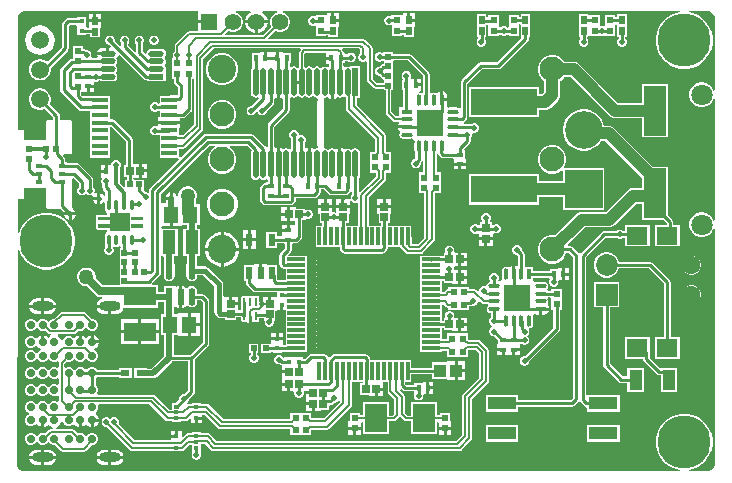
<source format=gtl>
G04*
G04 #@! TF.GenerationSoftware,Altium Limited,Altium Designer,24.1.2 (44)*
G04*
G04 Layer_Physical_Order=1*
G04 Layer_Color=255*
%FSLAX44Y44*%
%MOMM*%
G71*
G04*
G04 #@! TF.SameCoordinates,564CEF90-820D-4554-998B-2DB19DA9D660*
G04*
G04*
G04 #@! TF.FilePolarity,Positive*
G04*
G01*
G75*
%ADD12C,0.5000*%
%ADD13C,0.2000*%
%ADD14C,0.2540*%
%ADD21R,0.4000X0.5000*%
%ADD22R,2.7000X1.6000*%
%ADD23R,0.5500X0.5500*%
%ADD24R,0.5000X0.7000*%
%ADD25R,1.0000X1.1000*%
%ADD26R,0.3000X1.5000*%
%ADD27R,0.5682X0.5725*%
%ADD28R,2.4384X1.1176*%
%ADD29R,0.5000X0.4000*%
%ADD30R,0.7041X0.6582*%
%ADD31R,1.5000X0.3000*%
%ADD32R,0.5000X0.5500*%
%ADD33R,0.5200X0.5200*%
%ADD34R,0.5200X0.5200*%
%ADD35R,0.5725X0.5682*%
G04:AMPARAMS|DCode=36|XSize=1.75mm|YSize=1.5mm|CornerRadius=0.0525mm|HoleSize=0mm|Usage=FLASHONLY|Rotation=180.000|XOffset=0mm|YOffset=0mm|HoleType=Round|Shape=RoundedRectangle|*
%AMROUNDEDRECTD36*
21,1,1.7500,1.3950,0,0,180.0*
21,1,1.6450,1.5000,0,0,180.0*
1,1,0.1050,-0.8225,0.6975*
1,1,0.1050,0.8225,0.6975*
1,1,0.1050,0.8225,-0.6975*
1,1,0.1050,-0.8225,-0.6975*
%
%ADD36ROUNDEDRECTD36*%
G04:AMPARAMS|DCode=37|XSize=0.35mm|YSize=0.85mm|CornerRadius=0.0508mm|HoleSize=0mm|Usage=FLASHONLY|Rotation=180.000|XOffset=0mm|YOffset=0mm|HoleType=Round|Shape=RoundedRectangle|*
%AMROUNDEDRECTD37*
21,1,0.3500,0.7485,0,0,180.0*
21,1,0.2485,0.8500,0,0,180.0*
1,1,0.1015,-0.1243,0.3743*
1,1,0.1015,0.1243,0.3743*
1,1,0.1015,0.1243,-0.3743*
1,1,0.1015,-0.1243,-0.3743*
%
%ADD37ROUNDEDRECTD37*%
%ADD38R,0.4949X2.3528*%
G04:AMPARAMS|DCode=39|XSize=2.3528mm|YSize=0.4949mm|CornerRadius=0.2475mm|HoleSize=0mm|Usage=FLASHONLY|Rotation=270.000|XOffset=0mm|YOffset=0mm|HoleType=Round|Shape=RoundedRectangle|*
%AMROUNDEDRECTD39*
21,1,2.3528,0.0000,0,0,270.0*
21,1,1.8579,0.4949,0,0,270.0*
1,1,0.4949,0.0000,-0.9290*
1,1,0.4949,0.0000,0.9290*
1,1,0.4949,0.0000,0.9290*
1,1,0.4949,0.0000,-0.9290*
%
%ADD39ROUNDEDRECTD39*%
%ADD40R,1.7800X1.5200*%
%ADD41R,1.9000X4.2000*%
%ADD42R,0.6000X1.1000*%
%ADD43R,0.6582X0.7041*%
%ADD44R,5.6000X2.3000*%
%ADD45R,0.5500X0.5500*%
%ADD46R,0.4725X0.4682*%
%ADD47R,1.0581X1.6621*%
%ADD48R,2.3000X2.3000*%
G04:AMPARAMS|DCode=49|XSize=0.4mm|YSize=0.95mm|CornerRadius=0.2mm|HoleSize=0mm|Usage=FLASHONLY|Rotation=270.000|XOffset=0mm|YOffset=0mm|HoleType=Round|Shape=RoundedRectangle|*
%AMROUNDEDRECTD49*
21,1,0.4000,0.5500,0,0,270.0*
21,1,0.0000,0.9500,0,0,270.0*
1,1,0.4000,-0.2750,0.0000*
1,1,0.4000,-0.2750,0.0000*
1,1,0.4000,0.2750,0.0000*
1,1,0.4000,0.2750,0.0000*
%
%ADD49ROUNDEDRECTD49*%
G04:AMPARAMS|DCode=50|XSize=0.95mm|YSize=0.4mm|CornerRadius=0.2mm|HoleSize=0mm|Usage=FLASHONLY|Rotation=270.000|XOffset=0mm|YOffset=0mm|HoleType=Round|Shape=RoundedRectangle|*
%AMROUNDEDRECTD50*
21,1,0.9500,0.0000,0,0,270.0*
21,1,0.5500,0.4000,0,0,270.0*
1,1,0.4000,0.0000,-0.2750*
1,1,0.4000,0.0000,0.2750*
1,1,0.4000,0.0000,0.2750*
1,1,0.4000,0.0000,-0.2750*
%
%ADD50ROUNDEDRECTD50*%
%ADD51R,0.4000X0.9500*%
%ADD52R,0.4500X0.4500*%
%ADD53R,0.4000X0.3000*%
%ADD54R,1.3000X1.4500*%
%ADD55R,1.1000X2.0000*%
%ADD56R,0.9500X0.4000*%
G04:AMPARAMS|DCode=57|XSize=0.95mm|YSize=0.4mm|CornerRadius=0.2mm|HoleSize=0mm|Usage=FLASHONLY|Rotation=0.000|XOffset=0mm|YOffset=0mm|HoleType=Round|Shape=RoundedRectangle|*
%AMROUNDEDRECTD57*
21,1,0.9500,0.0000,0,0,0.0*
21,1,0.5500,0.4000,0,0,0.0*
1,1,0.4000,0.2750,0.0000*
1,1,0.4000,-0.2750,0.0000*
1,1,0.4000,-0.2750,0.0000*
1,1,0.4000,0.2750,0.0000*
%
%ADD57ROUNDEDRECTD57*%
G04:AMPARAMS|DCode=58|XSize=0.4mm|YSize=0.95mm|CornerRadius=0.2mm|HoleSize=0mm|Usage=FLASHONLY|Rotation=0.000|XOffset=0mm|YOffset=0mm|HoleType=Round|Shape=RoundedRectangle|*
%AMROUNDEDRECTD58*
21,1,0.4000,0.5500,0,0,0.0*
21,1,0.0000,0.9500,0,0,0.0*
1,1,0.4000,0.0000,-0.2750*
1,1,0.4000,0.0000,-0.2750*
1,1,0.4000,0.0000,0.2750*
1,1,0.4000,0.0000,0.2750*
%
%ADD58ROUNDEDRECTD58*%
%ADD59R,2.3000X2.3000*%
%ADD60R,1.3052X0.4821*%
G04:AMPARAMS|DCode=61|XSize=1.3052mm|YSize=0.4821mm|CornerRadius=0.2411mm|HoleSize=0mm|Usage=FLASHONLY|Rotation=180.000|XOffset=0mm|YOffset=0mm|HoleType=Round|Shape=RoundedRectangle|*
%AMROUNDEDRECTD61*
21,1,1.3052,0.0000,0,0,180.0*
21,1,0.8231,0.4821,0,0,180.0*
1,1,0.4821,-0.4116,0.0000*
1,1,0.4821,0.4116,0.0000*
1,1,0.4821,0.4116,0.0000*
1,1,0.4821,-0.4116,0.0000*
%
%ADD61ROUNDEDRECTD61*%
%ADD62R,1.3500X0.4000*%
%ADD63R,0.4682X0.4725*%
G04:AMPARAMS|DCode=64|XSize=0.66mm|YSize=0.25mm|CornerRadius=0.05mm|HoleSize=0mm|Usage=FLASHONLY|Rotation=90.000|XOffset=0mm|YOffset=0mm|HoleType=Round|Shape=RoundedRectangle|*
%AMROUNDEDRECTD64*
21,1,0.6600,0.1500,0,0,90.0*
21,1,0.5600,0.2500,0,0,90.0*
1,1,0.1000,0.0750,0.2800*
1,1,0.1000,0.0750,-0.2800*
1,1,0.1000,-0.0750,-0.2800*
1,1,0.1000,-0.0750,0.2800*
%
%ADD64ROUNDEDRECTD64*%
G04:AMPARAMS|DCode=65|XSize=0.7mm|YSize=0.25mm|CornerRadius=0.05mm|HoleSize=0mm|Usage=FLASHONLY|Rotation=90.000|XOffset=0mm|YOffset=0mm|HoleType=Round|Shape=RoundedRectangle|*
%AMROUNDEDRECTD65*
21,1,0.7000,0.1500,0,0,90.0*
21,1,0.6000,0.2500,0,0,90.0*
1,1,0.1000,0.0750,0.3000*
1,1,0.1000,0.0750,-0.3000*
1,1,0.1000,-0.0750,-0.3000*
1,1,0.1000,-0.0750,0.3000*
%
%ADD65ROUNDEDRECTD65*%
%ADD66R,0.5725X0.6153*%
%ADD67R,1.9000X2.4000*%
%ADD68R,0.8000X0.5500*%
%ADD69R,0.5721X1.5052*%
G04:AMPARAMS|DCode=70|XSize=1.5052mm|YSize=0.5721mm|CornerRadius=0.2861mm|HoleSize=0mm|Usage=FLASHONLY|Rotation=90.000|XOffset=0mm|YOffset=0mm|HoleType=Round|Shape=RoundedRectangle|*
%AMROUNDEDRECTD70*
21,1,1.5052,0.0000,0,0,90.0*
21,1,0.9331,0.5721,0,0,90.0*
1,1,0.5721,0.0000,0.4666*
1,1,0.5721,0.0000,-0.4666*
1,1,0.5721,0.0000,-0.4666*
1,1,0.5721,0.0000,0.4666*
%
%ADD70ROUNDEDRECTD70*%
%ADD71R,0.4750X0.5000*%
%ADD72R,0.4500X0.4500*%
%ADD92R,1.3900X1.3900*%
%ADD93C,1.3900*%
%ADD98R,1.8500X1.8500*%
%ADD99C,1.8500*%
%ADD100C,1.6000*%
%ADD107C,0.5000*%
%ADD108C,0.1800*%
%ADD109C,0.1700*%
%ADD110C,0.1540*%
%ADD111C,0.3300*%
%ADD112C,0.3500*%
%ADD113C,1.0000*%
%ADD114C,0.3810*%
%ADD115C,0.7000*%
%ADD116C,0.2286*%
%ADD117C,0.1600*%
%ADD118C,0.4000*%
%ADD119O,1.8000X0.8000*%
%ADD120C,0.7000*%
%ADD121C,2.1000*%
%ADD122C,2.4000*%
%ADD123R,8.0000X8.0000*%
%ADD124C,1.5000*%
%ADD125C,4.5000*%
%ADD126R,3.2000X3.2000*%
%ADD127C,3.2000*%
%ADD128C,1.8000*%
%ADD129C,1.2700*%
G36*
X217010Y395000D02*
X217351Y393730D01*
X216449Y393209D01*
X214682Y391443D01*
X213433Y389279D01*
X212792Y386886D01*
X231761D01*
X231119Y389279D01*
X229870Y391443D01*
X228103Y393209D01*
X227201Y393730D01*
X227542Y395000D01*
X239651D01*
X239818Y393730D01*
X239005Y393512D01*
X237073Y392397D01*
X235495Y390819D01*
X234380Y388886D01*
X233802Y386731D01*
Y384500D01*
X234380Y382345D01*
X234862Y381509D01*
X227566Y374214D01*
X195841D01*
X195355Y375387D01*
X198170Y378201D01*
X199005Y377719D01*
X201160Y377142D01*
X203392D01*
X205547Y377719D01*
X207479Y378835D01*
X209057Y380412D01*
X210173Y382345D01*
X210750Y384500D01*
Y386731D01*
X210173Y388886D01*
X209057Y390819D01*
X207479Y392397D01*
X205547Y393512D01*
X204734Y393730D01*
X204901Y395000D01*
X217010D01*
D02*
G37*
G36*
X310081Y362361D02*
Y359207D01*
X309971Y359161D01*
X308839Y358029D01*
X308226Y356550D01*
Y354950D01*
X308839Y353471D01*
X309971Y352339D01*
X311450Y351726D01*
X313050D01*
X314529Y352339D01*
X314641Y352450D01*
X315911Y351924D01*
Y336750D01*
X316089Y335855D01*
X316596Y335096D01*
X321868Y329825D01*
X322626Y329318D01*
X323521Y329140D01*
X330114D01*
Y327614D01*
X331911D01*
Y308500D01*
X332089Y307605D01*
X332596Y306846D01*
X337846Y301596D01*
X338605Y301089D01*
X339500Y300911D01*
X342659D01*
X342722Y300842D01*
X343222Y299641D01*
X342473Y298521D01*
X342374Y298020D01*
X349500D01*
Y295480D01*
X342374D01*
X342473Y294979D01*
X343477Y293477D01*
X343595Y291871D01*
X343430Y291625D01*
X343157Y290250D01*
X343430Y288875D01*
X344209Y287709D01*
X345375Y286931D01*
X346750Y286657D01*
X352250D01*
X353625Y286931D01*
X353940Y287141D01*
X355210Y286462D01*
Y285960D01*
X355712D01*
X356391Y284690D01*
X356180Y284375D01*
X355907Y283000D01*
Y277500D01*
X356180Y276125D01*
X356651Y275420D01*
Y269846D01*
X356580Y269774D01*
X356450D01*
X354971Y269161D01*
X353839Y268029D01*
X353226Y266550D01*
Y264950D01*
X353839Y263471D01*
X354971Y262339D01*
X356450Y261726D01*
X358050D01*
X359529Y262339D01*
X360661Y263471D01*
X361274Y264950D01*
Y266411D01*
X361514Y266651D01*
X361514Y266651D01*
X362132Y267575D01*
X362258Y268212D01*
X363529Y268087D01*
Y258136D01*
X359614D01*
Y249407D01*
X359614D01*
Y249093D01*
X359614D01*
Y240364D01*
X364008D01*
Y202753D01*
X358821Y197566D01*
X353572D01*
Y203400D01*
X353572Y203400D01*
X353524Y203639D01*
Y213024D01*
X333349D01*
Y215685D01*
X335315D01*
Y223209D01*
X336331D01*
Y228000D01*
X330500D01*
Y229270D01*
D01*
Y228000D01*
X324669D01*
Y223209D01*
X325685D01*
Y215685D01*
X327651D01*
Y213024D01*
X317372D01*
Y236876D01*
X331261Y250766D01*
X331261Y250766D01*
X331797Y251568D01*
X331985Y252514D01*
Y258114D01*
X336636D01*
Y266843D01*
X336636D01*
Y267157D01*
X336636D01*
Y275886D01*
X332213D01*
Y289009D01*
X332213Y289009D01*
X332025Y289954D01*
X331489Y290756D01*
X331489Y290756D01*
X307188Y315057D01*
Y321463D01*
X309999D01*
Y348040D01*
X302001D01*
X302001Y348040D01*
X300731Y347873D01*
X299500Y348118D01*
X297940Y347808D01*
X297166Y347290D01*
X297096Y347270D01*
X295849Y347886D01*
Y350976D01*
X297274D01*
Y352651D01*
X299658D01*
X300221Y352089D01*
X301700Y351476D01*
X303300D01*
X304779Y352089D01*
X305911Y353221D01*
X306524Y354700D01*
Y356300D01*
X305911Y357779D01*
X304779Y358911D01*
X303300Y359524D01*
X301700D01*
X300221Y358911D01*
X299658Y358349D01*
X297274D01*
Y359024D01*
X296089D01*
Y359736D01*
X295911Y360631D01*
X295404Y361390D01*
X294779Y362014D01*
X295265Y363187D01*
X309255D01*
X310081Y362361D01*
D02*
G37*
G36*
X281210Y356270D02*
X285750D01*
Y353730D01*
X281210D01*
Y349960D01*
X283651D01*
Y348168D01*
X282885Y347656D01*
X282038Y347488D01*
X281560Y347808D01*
X280000Y348118D01*
X278440Y347808D01*
X277117Y346924D01*
X276383D01*
X275060Y347808D01*
X273500Y348118D01*
X271940Y347808D01*
X270617Y346924D01*
X269883D01*
X268560Y347808D01*
X267000Y348118D01*
X265440Y347808D01*
X264117Y346924D01*
X263958D01*
X262839Y347968D01*
Y358589D01*
X263769Y359519D01*
X281210D01*
Y356270D01*
D02*
G37*
G36*
X259648Y362014D02*
X258846Y361212D01*
X258339Y360453D01*
X258161Y359558D01*
Y347287D01*
X257617Y346924D01*
X256883D01*
X255560Y347808D01*
X254000Y348118D01*
X252440Y347808D01*
X251619Y347259D01*
X250349Y347886D01*
Y350976D01*
X251524D01*
Y359024D01*
X244540D01*
Y360040D01*
X241270D01*
Y355000D01*
X238730D01*
Y360040D01*
X235460D01*
Y360040D01*
X234290D01*
Y360040D01*
X231020D01*
Y355000D01*
X228480D01*
Y360040D01*
X225210D01*
Y359024D01*
X218226D01*
Y350976D01*
X218776D01*
Y347030D01*
X218617Y346924D01*
X217733Y345601D01*
X217423Y344041D01*
Y325462D01*
X217733Y323902D01*
X218617Y322579D01*
X219940Y321695D01*
X221500Y321385D01*
X223060Y321695D01*
X224371Y321044D01*
X224412Y320940D01*
X217995Y314524D01*
X217200D01*
X215721Y313911D01*
X214589Y312779D01*
X213976Y311300D01*
Y309700D01*
X214589Y308221D01*
X215721Y307089D01*
X217200Y306476D01*
X218800D01*
X220279Y307089D01*
X221411Y308221D01*
X222024Y309699D01*
X222094Y309720D01*
X223364Y309667D01*
X223976Y308188D01*
X225108Y307056D01*
X226587Y306443D01*
X228188D01*
X229667Y307056D01*
X230799Y308188D01*
X231412Y309667D01*
Y310463D01*
X236514Y315565D01*
X236514Y315565D01*
X237132Y316490D01*
X237349Y317580D01*
Y320343D01*
X238619Y321022D01*
X239043Y320738D01*
X239730Y320602D01*
Y334751D01*
X242270D01*
Y320602D01*
X242957Y320738D01*
X243381Y321022D01*
X244651Y320343D01*
Y311962D01*
X232486Y299796D01*
X231868Y298872D01*
X231651Y297782D01*
X231651Y297782D01*
Y280221D01*
X231440Y280069D01*
X229841Y280187D01*
X229841Y280187D01*
X219764Y290264D01*
X218840Y290882D01*
X217750Y291099D01*
X217750Y291099D01*
X179198D01*
X179198Y291099D01*
X178108Y290882D01*
X177183Y290264D01*
X177183Y290264D01*
X158044Y271125D01*
X156774Y271651D01*
Y278411D01*
X160500D01*
X161395Y278589D01*
X162154Y279096D01*
X176416Y293358D01*
X176923Y294117D01*
X177101Y295012D01*
Y354288D01*
X186001Y363187D01*
X259162D01*
X259648Y362014D01*
D02*
G37*
G36*
X172786Y395000D02*
Y386886D01*
X182276D01*
Y384346D01*
X172786D01*
Y377593D01*
X165403D01*
X164508Y377415D01*
X163749Y376908D01*
X153736Y366895D01*
X153229Y366136D01*
X153051Y365241D01*
Y360602D01*
X151979Y359529D01*
X151366Y358050D01*
Y356450D01*
X151534Y356044D01*
X151116Y354774D01*
X151116D01*
X151116Y354774D01*
Y346226D01*
X151116D01*
Y345774D01*
X151116D01*
Y337226D01*
X152536D01*
Y334923D01*
X152536Y334923D01*
X152753Y333833D01*
X153370Y332909D01*
X155631Y330648D01*
Y323329D01*
X149230D01*
X148955Y323274D01*
X140226D01*
Y316854D01*
X138956Y316485D01*
X138529Y316911D01*
X137050Y317524D01*
X135450D01*
X133971Y316911D01*
X132839Y315779D01*
X132226Y314300D01*
Y312700D01*
X132839Y311221D01*
X133971Y310089D01*
X135450Y309476D01*
X137050D01*
X138529Y310089D01*
X138956Y310515D01*
X140226Y310500D01*
Y304790D01*
X139210D01*
Y301520D01*
X157790D01*
Y303901D01*
X159981D01*
X159982Y303901D01*
X161072Y304118D01*
X161996Y304736D01*
X166835Y309575D01*
X166835Y309575D01*
X167453Y310499D01*
X167670Y311589D01*
X167670Y311589D01*
Y337226D01*
X169095D01*
X169200Y336000D01*
Y298758D01*
X160031Y289589D01*
X156774D01*
Y295710D01*
X157790D01*
Y298980D01*
X139210D01*
Y297929D01*
X139199Y297913D01*
X137940Y297185D01*
X137050Y297553D01*
X135450D01*
X133971Y296941D01*
X132839Y295809D01*
X132226Y294330D01*
Y292729D01*
X132839Y291250D01*
X133971Y290118D01*
X135450Y289505D01*
X137050D01*
X138529Y290118D01*
X138956Y290545D01*
X140126Y290251D01*
X140226Y290196D01*
Y283726D01*
Y277226D01*
Y270726D01*
X155849D01*
X156375Y269456D01*
X132236Y245317D01*
X131618Y244392D01*
X131401Y243302D01*
X131401Y243302D01*
Y241882D01*
X130131Y241033D01*
X129550Y241274D01*
X128755D01*
X127171Y242858D01*
X127136Y244114D01*
X127136D01*
Y251886D01*
X119407D01*
Y251886D01*
X119348D01*
X118287Y252399D01*
X118191Y253669D01*
X122500D01*
Y259500D01*
Y265331D01*
X117710D01*
X117599Y266555D01*
Y285750D01*
X117382Y286840D01*
X116764Y287764D01*
X116764Y287764D01*
X102264Y302264D01*
X101340Y302882D01*
X100250Y303099D01*
X100250Y303099D01*
X98274D01*
Y309726D01*
Y316226D01*
Y323274D01*
X81726D01*
Y323128D01*
X74651D01*
X73849Y323930D01*
Y326226D01*
X75274D01*
Y326460D01*
X78480D01*
Y331000D01*
X79750D01*
Y332270D01*
X84790D01*
Y334535D01*
X85450Y334976D01*
X87050D01*
X88529Y335589D01*
X89217Y336276D01*
X89748D01*
X90844Y335544D01*
X92380Y335238D01*
X100611D01*
X102146Y335544D01*
X103447Y336413D01*
X104317Y337715D01*
X104622Y339250D01*
X104317Y340785D01*
X103447Y342087D01*
Y342913D01*
X104317Y344215D01*
X104622Y345750D01*
X104317Y347285D01*
X103447Y348587D01*
Y349413D01*
X104317Y350715D01*
X104622Y352250D01*
X104317Y353785D01*
X103630Y354813D01*
X104180Y355181D01*
X105274Y356818D01*
X105323Y357064D01*
X106538Y357433D01*
X126642Y337329D01*
X126642Y337329D01*
X127566Y336712D01*
X128657Y336495D01*
X129455D01*
Y335315D01*
X145555D01*
Y343185D01*
X145555Y343185D01*
X145374Y344455D01*
X145632Y345750D01*
X145327Y347285D01*
X144781Y348102D01*
X144559Y349000D01*
X144781Y349898D01*
X145327Y350715D01*
X145632Y352250D01*
X145327Y353785D01*
X144781Y354602D01*
X144559Y355500D01*
X144781Y356398D01*
X145327Y357215D01*
X145632Y358750D01*
X145327Y360285D01*
X144457Y361587D01*
X143155Y362456D01*
X141620Y362762D01*
X133389D01*
X131854Y362456D01*
X130553Y361587D01*
X129683Y360285D01*
X129484Y359284D01*
X128171Y358801D01*
X126099Y360873D01*
Y367158D01*
X126661Y367721D01*
X127274Y369200D01*
Y370800D01*
X126661Y372279D01*
X125529Y373411D01*
X124050Y374024D01*
X122450D01*
X120971Y373411D01*
X119839Y372279D01*
X119226Y370800D01*
Y369200D01*
X119839Y367721D01*
X120401Y367158D01*
Y360855D01*
X119131Y360329D01*
X113599Y365861D01*
Y367158D01*
X114161Y367721D01*
X114774Y369200D01*
Y370800D01*
X114161Y372279D01*
X113029Y373411D01*
X111550Y374024D01*
X109950D01*
X108471Y373411D01*
X107339Y372279D01*
X106726Y370800D01*
Y369200D01*
X107339Y367721D01*
X107901Y367158D01*
Y365924D01*
X106631Y365397D01*
X102274Y369755D01*
Y370800D01*
X101661Y372279D01*
X100529Y373411D01*
X99050Y374024D01*
X97450D01*
X95971Y373411D01*
X94839Y372279D01*
X94226Y370800D01*
Y369200D01*
X94839Y367721D01*
X95971Y366589D01*
X97450Y365976D01*
X97995D01*
X99000Y364971D01*
X98514Y363798D01*
X97765D01*
Y358750D01*
X96495D01*
Y357480D01*
X87585D01*
X87716Y356818D01*
X88017Y356369D01*
X87338Y355099D01*
X82949D01*
X82180Y356369D01*
X82524Y357200D01*
Y358800D01*
X81911Y360279D01*
X80779Y361411D01*
X79300Y362024D01*
X77720D01*
X77154Y362402D01*
X76064Y362619D01*
X75274D01*
Y365524D01*
X66726D01*
Y357794D01*
X66726Y356976D01*
X66726D01*
X66726Y356524D01*
X66627Y355295D01*
X65928Y354527D01*
X64838Y354310D01*
X63913Y353692D01*
X63913Y353692D01*
X56986Y346764D01*
X56368Y345840D01*
X56151Y344750D01*
X56151Y344750D01*
Y328000D01*
X56151Y328000D01*
X56368Y326910D01*
X56986Y325986D01*
X71736Y311236D01*
X72660Y310618D01*
X73750Y310401D01*
X73750Y310401D01*
X81726D01*
Y303226D01*
Y296726D01*
Y290226D01*
Y283726D01*
Y277226D01*
Y270726D01*
X98274D01*
Y277226D01*
Y283726D01*
Y296401D01*
X99022Y296845D01*
X99544Y296927D01*
X111901Y284570D01*
Y264315D01*
X110185D01*
Y254685D01*
X112380D01*
Y251886D01*
X111364D01*
Y246282D01*
X110190Y245796D01*
X106454Y249532D01*
Y255203D01*
X106742D01*
Y262458D01*
X107261Y263713D01*
Y265314D01*
X106649Y266793D01*
X105517Y267925D01*
X104038Y268538D01*
X102437D01*
X100958Y267925D01*
X99826Y266793D01*
X99213Y265314D01*
Y264267D01*
X96488D01*
Y259227D01*
X95218D01*
Y257957D01*
X90678D01*
Y254187D01*
X90740D01*
X91227Y252917D01*
X90683Y251604D01*
Y250003D01*
X91296Y248524D01*
X91858Y247961D01*
Y245637D01*
X91858Y245637D01*
X92075Y244547D01*
X92693Y243623D01*
X94401Y241914D01*
Y238544D01*
X93131Y238291D01*
X92898Y238855D01*
X91480Y240273D01*
X89895Y240929D01*
Y236000D01*
Y231071D01*
X91480Y231727D01*
X92666Y232914D01*
X93754Y232633D01*
X93936Y232524D01*
Y227008D01*
X94094Y226215D01*
X94543Y225543D01*
X95215Y225094D01*
X95794Y223697D01*
X95650Y222975D01*
Y222300D01*
X88000D01*
X86834Y221816D01*
X86350Y220650D01*
Y217850D01*
X86834Y216684D01*
X86834Y215316D01*
X86350Y214150D01*
Y211350D01*
X86834Y210184D01*
X88000Y209700D01*
X95650D01*
Y209025D01*
X95794Y208303D01*
X95215Y206906D01*
X94543Y206457D01*
X94094Y205785D01*
X93936Y204993D01*
Y197507D01*
X94094Y196715D01*
X94401Y196255D01*
Y195092D01*
X93839Y194529D01*
X93226Y193050D01*
Y191450D01*
X93839Y189971D01*
X94971Y188839D01*
X96450Y188226D01*
X98050D01*
X99529Y188839D01*
X100661Y189971D01*
X101274Y191450D01*
Y193050D01*
X100780Y194244D01*
X100852Y194643D01*
X101053Y194864D01*
X102071Y195523D01*
X102507Y195436D01*
X104993D01*
X105785Y195594D01*
X106152Y195839D01*
X106369Y195875D01*
X107021Y195681D01*
X107526Y195357D01*
Y194024D01*
X106476D01*
Y185476D01*
Y178374D01*
X106376D01*
Y170126D01*
Y162872D01*
X92372D01*
X86124Y169120D01*
Y170787D01*
X85587Y172789D01*
X84551Y174585D01*
X83085Y176051D01*
X81289Y177087D01*
X79287Y177624D01*
X77213D01*
X75211Y177087D01*
X73415Y176051D01*
X71949Y174585D01*
X70913Y172789D01*
X70376Y170787D01*
Y168713D01*
X70913Y166711D01*
X71949Y164915D01*
X73415Y163449D01*
X75211Y162413D01*
X77213Y161876D01*
X78880D01*
X86628Y154128D01*
X88290Y153018D01*
X90250Y152628D01*
X91371D01*
X91543Y151372D01*
X89952Y150713D01*
X88586Y149664D01*
X87537Y148298D01*
X86878Y146707D01*
X86821Y146270D01*
X98250D01*
Y145000D01*
X99520D01*
Y138404D01*
X103250D01*
X104957Y138628D01*
X106548Y139287D01*
X107914Y140336D01*
X108963Y141702D01*
X109622Y143293D01*
X109679Y143726D01*
X138524D01*
Y148892D01*
X144115D01*
Y143945D01*
X144397D01*
Y138044D01*
X141246D01*
Y120496D01*
X143897D01*
Y102699D01*
X133301Y92103D01*
X129774D01*
Y92274D01*
X118726D01*
Y83726D01*
X129774D01*
Y83897D01*
X135000D01*
X136570Y84209D01*
X137901Y85099D01*
X150901Y98099D01*
X150936Y98151D01*
X164401D01*
Y73680D01*
X160995Y70274D01*
X160200D01*
X158721Y69661D01*
X157589Y68529D01*
X156976Y67050D01*
Y66255D01*
X153745Y63024D01*
X150976D01*
Y57421D01*
X148253D01*
X136339Y69334D01*
X135553Y69859D01*
X134627Y70043D01*
X88308D01*
X87679Y71313D01*
X88274Y72751D01*
Y74749D01*
X87509Y76596D01*
X86099Y78006D01*
Y83994D01*
X87506Y85401D01*
X105726D01*
Y83726D01*
X116774D01*
Y92274D01*
X105726D01*
Y91099D01*
X87506D01*
X86096Y92509D01*
X84249Y93274D01*
X82251D01*
X80404Y92509D01*
X79244Y91349D01*
X77256D01*
X76096Y92509D01*
X74249Y93274D01*
X72251D01*
X70404Y92509D01*
X68991Y91096D01*
X68885Y90840D01*
X67615D01*
X67509Y91096D01*
X66096Y92509D01*
X64249Y93274D01*
X62251D01*
X60992Y92752D01*
X59721Y93486D01*
Y96226D01*
X61523Y98027D01*
X62251Y97726D01*
X64249D01*
X66096Y98491D01*
X67509Y99904D01*
X67615Y100160D01*
X68885D01*
X68991Y99904D01*
X70404Y98491D01*
X72251Y97726D01*
X74249D01*
X76096Y98491D01*
X77509Y99904D01*
X77615Y100160D01*
X78885D01*
X78991Y99904D01*
X80404Y98491D01*
X82251Y97726D01*
X84249D01*
X86096Y98491D01*
X87509Y99904D01*
X88274Y101751D01*
Y103749D01*
X87509Y105596D01*
X86096Y107009D01*
X84822Y107537D01*
X84880Y108888D01*
X86671Y109629D01*
X88371Y111329D01*
X89262Y113480D01*
X83250D01*
Y114750D01*
X81980D01*
Y120762D01*
X79829Y119870D01*
X78250Y118292D01*
X76671Y119870D01*
X74520Y120762D01*
Y114750D01*
X71980D01*
Y120762D01*
X69829Y119870D01*
X68361Y118403D01*
X68118Y118173D01*
X66807Y118298D01*
X66096Y119009D01*
X64249Y119774D01*
X62251D01*
X60404Y119009D01*
X58991Y117596D01*
X58463Y116322D01*
X57112Y116380D01*
X56371Y118171D01*
X54671Y119870D01*
X53994Y120151D01*
X54246Y121421D01*
X67849D01*
X67849Y121421D01*
X68795Y121609D01*
X69597Y122145D01*
X71846Y124394D01*
X72251Y124226D01*
X74249D01*
X76096Y124991D01*
X77509Y126404D01*
X77615Y126660D01*
X78885D01*
X78991Y126404D01*
X80404Y124991D01*
X82251Y124226D01*
X84249D01*
X86096Y124991D01*
X87509Y126404D01*
X88274Y128251D01*
Y130249D01*
X87509Y132096D01*
X86096Y133509D01*
X84249Y134274D01*
X82971D01*
X77859Y139386D01*
X77057Y139922D01*
X76111Y140110D01*
X76111Y140110D01*
X57639D01*
X56693Y139922D01*
X55891Y139386D01*
X55891Y139386D01*
X50779Y134274D01*
X50251D01*
X48404Y133509D01*
X46991Y132096D01*
X46885Y131840D01*
X45615D01*
X45509Y132096D01*
X44096Y133509D01*
X42249Y134274D01*
X40251D01*
X38404Y133509D01*
X36991Y132096D01*
X36885Y131840D01*
X35615D01*
X35509Y132096D01*
X34096Y133509D01*
X32249Y134274D01*
X30251D01*
X28404Y133509D01*
X26991Y132096D01*
X26226Y130249D01*
Y128251D01*
X26991Y126404D01*
X28404Y124991D01*
X30251Y124226D01*
X32249D01*
X34096Y124991D01*
X35509Y126404D01*
X35615Y126660D01*
X36885D01*
X36991Y126404D01*
X38404Y124991D01*
X40251Y124226D01*
X42249D01*
X43508Y124747D01*
X46110Y122145D01*
X46110Y122145D01*
X46912Y121609D01*
X47857Y121421D01*
X47935Y121289D01*
X47829Y119870D01*
X46250Y118292D01*
X44671Y119870D01*
X42520Y120762D01*
Y114750D01*
X39980D01*
Y120762D01*
X37829Y119870D01*
X36361Y118403D01*
X36118Y118173D01*
X34807Y118298D01*
X34096Y119009D01*
X32249Y119774D01*
X30251D01*
X28404Y119009D01*
X26991Y117596D01*
X26226Y115749D01*
Y113751D01*
X26991Y111904D01*
X28404Y110491D01*
X30251Y109726D01*
X32249D01*
X34096Y110491D01*
X34807Y111202D01*
X36118Y111327D01*
X36361Y111097D01*
X37829Y109629D01*
X39620Y108888D01*
X39678Y107537D01*
X38404Y107009D01*
X36991Y105596D01*
X36885Y105340D01*
X35615D01*
X35509Y105596D01*
X34096Y107009D01*
X32249Y107774D01*
X30251D01*
X28404Y107009D01*
X26991Y105596D01*
X26226Y103749D01*
Y101751D01*
X26991Y99904D01*
X28404Y98491D01*
X30251Y97726D01*
X32249D01*
X34096Y98491D01*
X35509Y99904D01*
X35615Y100160D01*
X36885D01*
X36991Y99904D01*
X38404Y98491D01*
X40251Y97726D01*
X42249D01*
X44096Y98491D01*
X45509Y99904D01*
X45615Y100160D01*
X46885D01*
X46991Y99904D01*
X48404Y98491D01*
X50251Y97726D01*
X52249D01*
X53698Y98326D01*
X54742Y97646D01*
X54833Y97526D01*
X54778Y97250D01*
X54778Y97250D01*
Y93486D01*
X53509Y92752D01*
X52249Y93274D01*
X50251D01*
X48404Y92509D01*
X46991Y91096D01*
X46885Y90840D01*
X45615D01*
X45509Y91096D01*
X44096Y92509D01*
X42249Y93274D01*
X40251D01*
X38404Y92509D01*
X36991Y91096D01*
X36885Y90840D01*
X35615D01*
X35509Y91096D01*
X34096Y92509D01*
X32249Y93274D01*
X30251D01*
X28404Y92509D01*
X26991Y91096D01*
X26226Y89249D01*
Y87251D01*
X26991Y85404D01*
X28404Y83991D01*
X30251Y83226D01*
X32249D01*
X34096Y83991D01*
X35509Y85404D01*
X35615Y85660D01*
X36885D01*
X36991Y85404D01*
X38404Y83991D01*
X40251Y83226D01*
X42249D01*
X44096Y83991D01*
X45509Y85404D01*
X45615Y85660D01*
X46885D01*
X46991Y85404D01*
X48404Y83991D01*
X50251Y83226D01*
X52249D01*
X53509Y83748D01*
X54778Y83014D01*
Y78986D01*
X53509Y78252D01*
X52249Y78774D01*
X50251D01*
X48404Y78009D01*
X46991Y76596D01*
X46885Y76340D01*
X45615D01*
X45509Y76596D01*
X44096Y78009D01*
X42249Y78774D01*
X40251D01*
X38404Y78009D01*
X36991Y76596D01*
X36885Y76340D01*
X35615D01*
X35509Y76596D01*
X34096Y78009D01*
X32249Y78774D01*
X30251D01*
X28404Y78009D01*
X26991Y76596D01*
X26226Y74749D01*
Y72751D01*
X26991Y70904D01*
X28404Y69491D01*
X30251Y68726D01*
X32249D01*
X34096Y69491D01*
X35509Y70904D01*
X35615Y71160D01*
X36885D01*
X36991Y70904D01*
X38404Y69491D01*
X40251Y68726D01*
X42249D01*
X44096Y69491D01*
X45509Y70904D01*
X45615Y71160D01*
X46885D01*
X46991Y70904D01*
X48404Y69491D01*
X50251Y68726D01*
X52249D01*
X53509Y69248D01*
X54778Y68514D01*
Y64500D01*
X54778Y64500D01*
X54779Y64496D01*
X54759Y64466D01*
X53643Y63696D01*
X52249Y64274D01*
X50251D01*
X48404Y63509D01*
X46991Y62096D01*
X46885Y61840D01*
X45615D01*
X45509Y62096D01*
X44096Y63509D01*
X42249Y64274D01*
X40251D01*
X38404Y63509D01*
X36991Y62096D01*
X36885Y61840D01*
X35615D01*
X35509Y62096D01*
X34096Y63509D01*
X32249Y64274D01*
X30251D01*
X28404Y63509D01*
X26991Y62096D01*
X26226Y60249D01*
Y58251D01*
X26991Y56404D01*
X28404Y54991D01*
X29741Y54437D01*
Y53063D01*
X28404Y52509D01*
X26991Y51096D01*
X26226Y49249D01*
Y47251D01*
X26991Y45404D01*
X28404Y43991D01*
X30251Y43226D01*
X32249D01*
X34096Y43991D01*
X34807Y44702D01*
X36118Y44827D01*
X36361Y44597D01*
X37829Y43130D01*
X39980Y42238D01*
Y48250D01*
X42520D01*
Y42238D01*
X44671Y43130D01*
X46250Y44708D01*
X47829Y43130D01*
X50049Y42210D01*
X49820Y41035D01*
X48313D01*
X48313Y41035D01*
X47368Y40847D01*
X46566Y40311D01*
X46566Y40311D01*
X43508Y37253D01*
X42249Y37774D01*
X40251D01*
X38404Y37009D01*
X36991Y35596D01*
X36885Y35340D01*
X35615D01*
X35509Y35596D01*
X34096Y37009D01*
X32249Y37774D01*
X30251D01*
X28404Y37009D01*
X26991Y35596D01*
X26226Y33749D01*
Y31751D01*
X26991Y29904D01*
X28404Y28491D01*
X30251Y27726D01*
X32249D01*
X34096Y28491D01*
X35509Y29904D01*
X35615Y30160D01*
X36885D01*
X36991Y29904D01*
X38404Y28491D01*
X40251Y27726D01*
X42249D01*
X44096Y28491D01*
X45509Y29904D01*
X45615Y30160D01*
X46885D01*
X46991Y29904D01*
X48404Y28491D01*
X50251Y27726D01*
X51529D01*
X56637Y22618D01*
X56637Y22618D01*
X57439Y22082D01*
X58385Y21894D01*
X58385Y21894D01*
X76115D01*
X76115Y21894D01*
X77061Y22082D01*
X77863Y22618D01*
X82971Y27726D01*
X84249D01*
X86096Y28491D01*
X87509Y29904D01*
X88274Y31751D01*
Y33749D01*
X87509Y35596D01*
X86096Y37009D01*
X84249Y37774D01*
X82251D01*
X80404Y37009D01*
X78991Y35596D01*
X78885Y35340D01*
X77615D01*
X77509Y35596D01*
X76096Y37009D01*
X74249Y37774D01*
X72251D01*
X70992Y37253D01*
X67934Y40311D01*
X67133Y40847D01*
X66187Y41035D01*
X66187Y41035D01*
X52680D01*
X52452Y42210D01*
X54671Y43130D01*
X56371Y44829D01*
X57112Y46620D01*
X58463Y46678D01*
X58991Y45404D01*
X60404Y43991D01*
X62251Y43226D01*
X64249D01*
X66096Y43991D01*
X66807Y44702D01*
X68118Y44827D01*
X68361Y44597D01*
X69829Y43130D01*
X71980Y42238D01*
Y48250D01*
X74520D01*
Y42238D01*
X76671Y43130D01*
X78250Y44708D01*
X79829Y43130D01*
X81980Y42238D01*
Y48250D01*
X83250D01*
Y49520D01*
X89262D01*
X88371Y51671D01*
X86671Y53370D01*
X86087Y53612D01*
Y54987D01*
X86096Y54991D01*
X87509Y56404D01*
X88274Y58251D01*
Y60249D01*
X87998Y60915D01*
X88704Y61971D01*
X131606D01*
X145288Y48288D01*
X146074Y47764D01*
X147000Y47579D01*
X150976D01*
Y46976D01*
X158024D01*
Y47529D01*
X162750D01*
X162750Y47529D01*
X163696Y47717D01*
X164498Y48252D01*
X165787Y49541D01*
X166960Y49055D01*
Y45960D01*
X170230D01*
Y50000D01*
X171500D01*
Y51270D01*
X176040D01*
Y52779D01*
X178476D01*
X189889Y41365D01*
X190691Y40830D01*
X191637Y40641D01*
X191637Y40641D01*
X223868D01*
X223868Y40641D01*
X223868Y40642D01*
X251114D01*
Y35614D01*
X258887D01*
X259843Y35614D01*
X261113Y35614D01*
X268886D01*
Y40427D01*
X282000D01*
X282985Y40622D01*
X283820Y41180D01*
X302320Y59680D01*
X302878Y60515D01*
X303074Y61500D01*
Y80976D01*
X312381D01*
Y79565D01*
X310185D01*
Y69935D01*
X317710D01*
Y68919D01*
X322500D01*
Y74750D01*
X323770D01*
Y76020D01*
X329830D01*
Y80581D01*
X330937Y80976D01*
X333345D01*
Y72815D01*
X333524Y71920D01*
X334031Y71162D01*
X339161Y66031D01*
Y53969D01*
X337531Y52339D01*
X334274D01*
Y63524D01*
X312226D01*
Y52625D01*
X309886D01*
Y54886D01*
X301114D01*
Y47331D01*
X300098D01*
Y42984D01*
X305500D01*
X310902D01*
Y45936D01*
X312172Y46679D01*
X312226Y46649D01*
Y36476D01*
X334274D01*
Y47661D01*
X338500D01*
X339395Y47839D01*
X340154Y48346D01*
X342903Y51095D01*
X343412Y51309D01*
X344547Y51145D01*
X347346Y48346D01*
X348105Y47839D01*
X349000Y47661D01*
X353226D01*
Y36476D01*
X375274D01*
Y46649D01*
X375328Y46679D01*
X376598Y45936D01*
Y42984D01*
X382000D01*
X387402D01*
Y47331D01*
X386386D01*
Y54886D01*
X377614D01*
Y52625D01*
X375274D01*
Y63524D01*
X353226D01*
Y52339D01*
X349969D01*
X348089Y54219D01*
Y68250D01*
X347911Y69145D01*
X347404Y69904D01*
X343559Y73749D01*
X343649Y74276D01*
X345011Y74710D01*
X345986Y73736D01*
X346910Y73118D01*
X348000Y72901D01*
X348000Y72901D01*
X355747D01*
X355941Y71905D01*
X355953Y71631D01*
X355693Y70573D01*
X355476Y70050D01*
Y68450D01*
X356089Y66971D01*
X357221Y65839D01*
X358700Y65226D01*
X360300D01*
X361779Y65839D01*
X362911Y66971D01*
X363524Y68450D01*
Y70050D01*
X363965Y70710D01*
X366230D01*
Y75750D01*
Y80790D01*
X362960D01*
Y79774D01*
X355976D01*
Y78599D01*
X349180D01*
X348349Y79430D01*
Y80976D01*
X353524D01*
Y87151D01*
X370976D01*
Y83226D01*
X383960D01*
Y82210D01*
X390230D01*
Y90250D01*
Y98290D01*
X383960D01*
Y97274D01*
X370976D01*
Y92849D01*
X353524D01*
Y99024D01*
X318349D01*
Y100512D01*
X318132Y101602D01*
X317514Y102527D01*
X317514Y102527D01*
X316026Y104014D01*
X315102Y104632D01*
X314012Y104849D01*
X314012Y104849D01*
X288500D01*
X288500Y104849D01*
X287410Y104632D01*
X286486Y104014D01*
X284355Y101884D01*
X284160Y101839D01*
X282800Y102099D01*
X282514Y102527D01*
X282514Y102527D01*
X281026Y104014D01*
X280102Y104632D01*
X279012Y104849D01*
X279012Y104849D01*
X268500D01*
X267410Y104632D01*
X266486Y104014D01*
X266486Y104014D01*
X263070Y100599D01*
X261774D01*
Y101524D01*
X254226D01*
Y101524D01*
X253774D01*
Y101524D01*
X246226D01*
Y101524D01*
X244956Y101318D01*
X244661Y102029D01*
X243529Y103161D01*
X242050Y103774D01*
X240450D01*
X238971Y103161D01*
X237839Y102029D01*
X237226Y100550D01*
Y98950D01*
X237839Y97471D01*
X238971Y96339D01*
X240450Y95726D01*
X241916D01*
X242826Y95118D01*
X243670Y94950D01*
Y90520D01*
X249730D01*
Y87980D01*
X243670D01*
Y83419D01*
Y80020D01*
X249730D01*
Y78750D01*
X251000D01*
Y72919D01*
X253646D01*
X254226Y72050D01*
Y70450D01*
X254839Y68971D01*
X255971Y67839D01*
X257450Y67226D01*
X259050D01*
X260529Y67839D01*
X261661Y68971D01*
X262274Y70450D01*
Y72050D01*
X262020Y72665D01*
X262360Y73175D01*
X263315Y73935D01*
X264418Y73504D01*
Y73020D01*
X270478D01*
Y70480D01*
X264418D01*
Y65919D01*
Y63520D01*
X270478D01*
Y62250D01*
X271748D01*
Y56419D01*
X276539D01*
Y57435D01*
X284063D01*
Y60541D01*
X284855Y61422D01*
X285946Y61639D01*
X286870Y62257D01*
X287589Y62976D01*
X289050D01*
X290529Y63589D01*
X291526Y64585D01*
X292193Y64526D01*
X292855Y64285D01*
X292925Y63815D01*
X279103Y49993D01*
X268886D01*
Y54636D01*
X261113D01*
X260157Y54636D01*
X258887Y54636D01*
X251114D01*
Y49380D01*
X251030Y49297D01*
X222330D01*
X222330Y49297D01*
X194198D01*
X181748Y61748D01*
X180946Y62283D01*
X180000Y62471D01*
X180000Y62471D01*
X175024D01*
Y63024D01*
X167976D01*
Y62471D01*
X165500D01*
X164554Y62283D01*
X164452Y62215D01*
X163642Y63201D01*
X164411Y63971D01*
X165024Y65450D01*
Y66245D01*
X169264Y70486D01*
X169264Y70486D01*
X169882Y71410D01*
X170099Y72500D01*
X170099Y72500D01*
Y99820D01*
X181514Y111236D01*
X181514Y111236D01*
X182132Y112160D01*
X182349Y113250D01*
X182349Y113250D01*
Y149500D01*
X182349Y149500D01*
X182132Y150590D01*
X181514Y151514D01*
X181514Y151514D01*
X178264Y154764D01*
X177340Y155382D01*
X176250Y155599D01*
X176250Y155599D01*
X171971D01*
Y157661D01*
X171630Y159372D01*
X170661Y160822D01*
X169211Y161791D01*
X167500Y162131D01*
X165789Y161791D01*
X164339Y160822D01*
X164125Y160501D01*
X162597D01*
X161894Y161554D01*
X160107Y162748D01*
X159270Y162915D01*
Y152995D01*
Y143076D01*
X160107Y143242D01*
X161894Y144436D01*
X162597Y145489D01*
X164125D01*
X164339Y145169D01*
X165789Y144199D01*
X167500Y143859D01*
X169211Y144199D01*
X170661Y145169D01*
X171630Y146619D01*
X171971Y148330D01*
Y149901D01*
X175070D01*
X176651Y148320D01*
Y114430D01*
X166070Y103849D01*
X152103D01*
Y120496D01*
X156230D01*
Y119480D01*
X164000D01*
Y129270D01*
Y139060D01*
X156230D01*
Y138044D01*
X152603D01*
Y143945D01*
X152885D01*
Y143979D01*
X153869Y144347D01*
X154155Y144404D01*
X155893Y143242D01*
X156730Y143076D01*
Y152995D01*
Y162915D01*
X155893Y162748D01*
X154155Y161587D01*
X153869Y161643D01*
X152885Y162012D01*
Y162045D01*
X144115D01*
Y157098D01*
X138524D01*
Y162774D01*
X134099D01*
X133573Y164044D01*
X140514Y170986D01*
X140514Y170986D01*
X141132Y171910D01*
X141349Y173000D01*
Y186259D01*
X141476Y187476D01*
X143499Y187476D01*
X144397Y186578D01*
Y181422D01*
X144370Y181381D01*
X144029Y179670D01*
Y170339D01*
X144370Y168629D01*
X145339Y167178D01*
X146789Y166209D01*
X148500Y165869D01*
X150211Y166209D01*
X151661Y167178D01*
X152630Y168629D01*
X152971Y170339D01*
Y179670D01*
X152630Y181381D01*
X152603Y181422D01*
Y187476D01*
X155524D01*
Y210524D01*
X142116Y210524D01*
X141597Y211794D01*
X142158Y212710D01*
X148980D01*
Y222500D01*
X151520D01*
Y212710D01*
X159290D01*
Y213726D01*
X163397D01*
Y210524D01*
X160476D01*
Y187476D01*
X163397D01*
Y181422D01*
X163370Y181381D01*
X163029Y179670D01*
Y170339D01*
X163370Y168629D01*
X164339Y167178D01*
X165789Y166209D01*
X167500Y165869D01*
X169211Y166209D01*
X170661Y167178D01*
X171630Y168629D01*
X171971Y170339D01*
Y171412D01*
X177257D01*
X186657Y162012D01*
Y140000D01*
X186931Y138625D01*
X187709Y137459D01*
X189209Y135959D01*
X190375Y135181D01*
X191750Y134907D01*
X195685D01*
Y133435D01*
X205315D01*
Y135631D01*
X208871D01*
X209146Y135355D01*
Y133770D01*
X209303Y132980D01*
X209751Y132311D01*
X210420Y131863D01*
X211210Y131706D01*
X212710D01*
X213500Y131863D01*
X213726Y132015D01*
X214018Y131578D01*
X215024Y130906D01*
X215690Y130774D01*
Y136770D01*
X218230D01*
Y130774D01*
X218896Y130906D01*
X219902Y131578D01*
X220193Y132015D01*
X220420Y131863D01*
X221210Y131706D01*
X222710D01*
X223500Y131863D01*
X224169Y132311D01*
X224616Y132980D01*
X224773Y133770D01*
Y134776D01*
X228685D01*
Y133435D01*
X228685D01*
X229373Y132405D01*
X229226Y132050D01*
Y130450D01*
X229839Y128971D01*
X230971Y127839D01*
X232450Y127226D01*
X234050D01*
X235529Y127839D01*
X236661Y128971D01*
X237274Y130450D01*
Y132050D01*
X237138Y132379D01*
X237843Y133435D01*
X238315D01*
Y140960D01*
X239331D01*
Y141450D01*
X242271D01*
Y146240D01*
X244811D01*
Y141450D01*
X246976D01*
Y131476D01*
Y121476D01*
Y112197D01*
X245701D01*
X244540Y112460D01*
Y115980D01*
X234960D01*
Y114260D01*
X234275Y113274D01*
X234027Y113274D01*
X226476D01*
Y105226D01*
X234275D01*
Y106401D01*
X235976D01*
Y105476D01*
X243524D01*
Y106499D01*
X246976D01*
Y106476D01*
X265024D01*
Y116476D01*
Y126476D01*
Y136476D01*
Y146476D01*
Y156476D01*
Y166476D01*
Y176476D01*
Y187524D01*
X249712D01*
X249226Y188697D01*
X251264Y190735D01*
X251264Y190736D01*
X251882Y191660D01*
X252099Y192750D01*
X252099Y192750D01*
Y197726D01*
X253274D01*
Y198401D01*
X255500D01*
X255500Y198401D01*
X256590Y198618D01*
X257514Y199236D01*
X260035Y201756D01*
X260035Y201756D01*
X260653Y202681D01*
X260870Y203771D01*
Y217935D01*
X263065D01*
Y218335D01*
X264335Y219084D01*
X265200Y218726D01*
X266800D01*
X268279Y219339D01*
X269411Y220471D01*
X270024Y221950D01*
Y223550D01*
X269411Y225029D01*
X268279Y226161D01*
X266800Y226774D01*
X265200D01*
X264335Y226416D01*
X263065Y227165D01*
Y227565D01*
X255541D01*
Y228581D01*
X250750D01*
Y222750D01*
X249480D01*
D01*
X250750D01*
Y216919D01*
X255172D01*
Y214695D01*
X254290Y213790D01*
X250520D01*
Y209250D01*
X249250D01*
Y207980D01*
X244210D01*
Y204710D01*
X243193Y204099D01*
X239774D01*
Y208024D01*
X230726D01*
Y193976D01*
X239774D01*
Y198401D01*
X245226D01*
Y197726D01*
X246401D01*
Y193930D01*
X242486Y190014D01*
X241868Y189090D01*
X241651Y188000D01*
X241651Y188000D01*
Y180988D01*
X241651Y180988D01*
X241868Y179898D01*
X242486Y178974D01*
X243974Y177486D01*
X243974Y177486D01*
X244898Y176868D01*
X245988Y176651D01*
X246976D01*
Y167349D01*
X239829D01*
Y171270D01*
X239829Y171270D01*
X239774Y171545D01*
Y180024D01*
X231290D01*
Y181040D01*
X227020D01*
Y173000D01*
X224480D01*
Y181040D01*
X220210D01*
Y180024D01*
X211726D01*
Y165976D01*
X213401D01*
Y164683D01*
X213401Y164683D01*
X213618Y163592D01*
X214236Y162668D01*
X219418Y157486D01*
X219418Y157486D01*
X220343Y156868D01*
X221433Y156651D01*
X221433Y156651D01*
X239767D01*
Y154170D01*
X239331Y153080D01*
X234770D01*
Y147020D01*
X232230D01*
Y153080D01*
X227669D01*
Y149129D01*
X227510D01*
X226603Y148949D01*
X226043Y148575D01*
X225314Y148796D01*
X224773Y149171D01*
Y151770D01*
X224616Y152560D01*
X224169Y153229D01*
X223500Y153677D01*
X222710Y153834D01*
X221210D01*
X220420Y153677D01*
X219751Y153229D01*
X219169D01*
X218500Y153677D01*
X217710Y153834D01*
X216210D01*
X215420Y153677D01*
X214751Y153229D01*
X214169D01*
X213500Y153677D01*
X212710Y153834D01*
X211210D01*
X210420Y153677D01*
X209751Y153229D01*
X209303Y152560D01*
X209146Y151770D01*
Y148947D01*
X209111Y148770D01*
Y141328D01*
X206331D01*
Y145750D01*
X200500D01*
Y147020D01*
X199230D01*
Y153080D01*
X194669D01*
X193843Y154008D01*
Y163500D01*
X193570Y164875D01*
X192791Y166041D01*
X181286Y177546D01*
X180120Y178324D01*
X178745Y178598D01*
X171971D01*
Y179670D01*
X171630Y181381D01*
X171603Y181422D01*
Y187476D01*
X174524D01*
Y210524D01*
X171603D01*
Y213726D01*
X174274D01*
Y231274D01*
X171330D01*
Y235307D01*
X171446Y235507D01*
X171982Y237510D01*
Y239583D01*
X171446Y241586D01*
X170409Y243381D01*
X168943Y244847D01*
X167148Y245884D01*
X165145Y246420D01*
X163072D01*
X161069Y245884D01*
X159274Y244847D01*
X157808Y243381D01*
X156771Y241586D01*
X156235Y239583D01*
Y238541D01*
X154965Y238288D01*
X154523Y239355D01*
X153105Y240773D01*
X151520Y241429D01*
Y236500D01*
X150250D01*
Y235230D01*
X145321D01*
X145977Y233645D01*
X146062Y233560D01*
X145942Y232290D01*
X141349D01*
Y240037D01*
X182213Y280901D01*
X186910D01*
X187250Y279631D01*
X185917Y278862D01*
X183678Y276623D01*
X182095Y273881D01*
X181276Y270823D01*
Y267657D01*
X182095Y264599D01*
X183678Y261857D01*
X185917Y259618D01*
X188659Y258035D01*
X191717Y257216D01*
X194883D01*
X197941Y258035D01*
X200683Y259618D01*
X202922Y261857D01*
X204505Y264599D01*
X205324Y267657D01*
Y270823D01*
X204505Y273881D01*
X202922Y276623D01*
X200683Y278862D01*
X199350Y279631D01*
X199690Y280901D01*
X214320D01*
X218290Y276931D01*
X217733Y276098D01*
X217423Y274538D01*
Y255959D01*
X217733Y254399D01*
X218617Y253076D01*
X219940Y252192D01*
X221500Y251882D01*
X223060Y252192D01*
X224383Y253076D01*
X225117D01*
X226440Y252192D01*
X228000Y251882D01*
X229560Y252192D01*
X230381Y252741D01*
X231651Y252114D01*
Y250024D01*
X230476D01*
Y249349D01*
X229683D01*
X228592Y249132D01*
X227668Y248514D01*
X227668Y248514D01*
X226180Y247027D01*
X225563Y246102D01*
X225346Y245012D01*
X225346Y245012D01*
Y235003D01*
X225346Y235003D01*
X225563Y233913D01*
X226180Y232988D01*
X227668Y231500D01*
X227668Y231500D01*
X228592Y230883D01*
X229683Y230666D01*
X251306D01*
X251306Y230666D01*
X252396Y230883D01*
X253320Y231500D01*
X254808Y232988D01*
X254808Y232988D01*
X255426Y233913D01*
X255643Y235003D01*
Y236587D01*
X271433D01*
X271433Y236587D01*
X272523Y236804D01*
X273448Y237422D01*
X275828Y239802D01*
X275828Y239802D01*
X276446Y240727D01*
X276663Y241817D01*
X276849Y242976D01*
X277274D01*
Y244151D01*
X278747D01*
X283346Y239552D01*
X283346Y239552D01*
X284270Y238935D01*
X285360Y238718D01*
X297782D01*
X297782Y238718D01*
X298872Y238935D01*
X299797Y239552D01*
X301284Y241040D01*
X301284Y241040D01*
X301874Y241923D01*
X301986Y241947D01*
X303144Y241712D01*
Y239544D01*
X302575Y238974D01*
X301962Y237495D01*
Y236339D01*
X301560Y235695D01*
X300821Y235330D01*
X296770D01*
Y230540D01*
X301331D01*
Y234099D01*
X302455Y234385D01*
X302601Y234389D01*
X303707Y233283D01*
X305186Y232671D01*
X306787D01*
X307358Y232908D01*
X308629Y232059D01*
Y213024D01*
X298441D01*
Y215685D01*
X300315D01*
Y223209D01*
X301331D01*
Y228000D01*
X295500D01*
X289669D01*
Y224954D01*
X288613Y224248D01*
X288550Y224274D01*
X286950D01*
X286331Y224687D01*
Y228000D01*
X280500D01*
X274669D01*
Y223209D01*
X275685D01*
Y215685D01*
X277743D01*
Y213024D01*
X272476D01*
Y194976D01*
X292651D01*
Y193750D01*
X292651Y193750D01*
X292868Y192660D01*
X293486Y191736D01*
X294986Y190236D01*
X295910Y189618D01*
X297000Y189401D01*
X297000Y189401D01*
X328500D01*
X328500Y189401D01*
X329590Y189618D01*
X330514Y190236D01*
X332514Y192236D01*
X332514Y192236D01*
X333132Y193160D01*
X333349Y194250D01*
Y194976D01*
X343850D01*
X344352Y194224D01*
X348554Y190023D01*
X348554Y190023D01*
X349356Y189487D01*
X350301Y189299D01*
X361222D01*
X361222Y189299D01*
X362168Y189487D01*
X362970Y190023D01*
X372767Y199821D01*
X372768Y199821D01*
X373303Y200623D01*
X373492Y201569D01*
Y240364D01*
X378386D01*
Y249093D01*
X378386D01*
Y249407D01*
X378386D01*
Y258136D01*
X374972D01*
Y273264D01*
X375468Y273435D01*
X376241Y273475D01*
X376736Y272736D01*
X378236Y271236D01*
X378236Y271236D01*
X379160Y270618D01*
X380250Y270401D01*
X388443D01*
X389460Y269790D01*
Y266520D01*
X394500D01*
X399540D01*
Y269790D01*
X398524D01*
Y276774D01*
X398349D01*
X397823Y278044D01*
X402764Y282986D01*
X402764Y282986D01*
X403382Y283910D01*
X403599Y285000D01*
X403599Y285000D01*
Y287408D01*
X404161Y287971D01*
X404774Y289450D01*
Y290838D01*
X405354Y291435D01*
X405852Y291766D01*
X405950Y291726D01*
X407550D01*
X409029Y292339D01*
X410161Y293471D01*
X410774Y294950D01*
Y296550D01*
X410161Y298029D01*
X409029Y299161D01*
X407550Y299774D01*
X405950D01*
X405383Y299539D01*
X405084Y299599D01*
X405084Y299599D01*
X398363D01*
X397977Y300869D01*
X398526Y301236D01*
X400014Y302724D01*
X400014Y302724D01*
X400632Y303648D01*
X400849Y304738D01*
Y333320D01*
X413180Y345651D01*
X427000D01*
X427000Y345651D01*
X428090Y345868D01*
X429014Y346486D01*
X452014Y369486D01*
X452014Y369486D01*
X452632Y370410D01*
X452849Y371500D01*
Y372976D01*
X454024D01*
Y381976D01*
Y392024D01*
X445976D01*
Y389974D01*
X444274D01*
Y391274D01*
X435726D01*
Y383544D01*
X435726Y382726D01*
X435726Y380927D01*
X434456Y380735D01*
X434029Y381161D01*
X432550Y381774D01*
X430950D01*
X429471Y381161D01*
X429286Y380976D01*
X427794D01*
X427274Y381497D01*
Y382274D01*
X427274Y383544D01*
Y391274D01*
X418726D01*
Y389599D01*
X417024D01*
Y392024D01*
X408976D01*
Y381976D01*
Y372976D01*
X410000D01*
X410015Y371706D01*
X409339Y371029D01*
X408726Y369550D01*
Y367950D01*
X409339Y366471D01*
X410471Y365339D01*
X411950Y364726D01*
X413550D01*
X415029Y365339D01*
X416161Y366471D01*
X416774Y367950D01*
Y369550D01*
X416161Y371029D01*
X415724Y371467D01*
Y372976D01*
X417024D01*
Y382909D01*
X418294Y383435D01*
X418726Y383003D01*
X418726Y381456D01*
Y373726D01*
X427274D01*
Y374901D01*
X428908D01*
X429471Y374339D01*
X430950Y373726D01*
X432550D01*
X434029Y374339D01*
X434456Y374765D01*
X435726Y374573D01*
Y373726D01*
X444274D01*
Y381456D01*
X444274Y382274D01*
X444274Y383378D01*
X444706Y383810D01*
X445976Y383284D01*
Y372976D01*
X445976D01*
X446177Y371706D01*
X425820Y351349D01*
X412000D01*
X412000Y351349D01*
X410910Y351132D01*
X409986Y350514D01*
X409986Y350514D01*
X395986Y336514D01*
X395368Y335590D01*
X395151Y334500D01*
X395151Y334500D01*
Y313127D01*
X395129Y313105D01*
X393881Y312564D01*
X393125Y313069D01*
X391750Y313343D01*
X386250D01*
X384875Y313069D01*
X384560Y312859D01*
X384083Y313114D01*
X383290Y314040D01*
X383293Y315309D01*
X383629Y317000D01*
Y318480D01*
X379000D01*
Y319750D01*
X377730D01*
Y326876D01*
X377229Y326777D01*
X375727Y325773D01*
X374121Y325655D01*
X373875Y325820D01*
X372500Y326093D01*
X371125Y325820D01*
X370119Y325147D01*
X369446Y325329D01*
X368849Y325664D01*
Y341500D01*
X368849Y341500D01*
X368632Y342590D01*
X368014Y343514D01*
X368014Y343514D01*
X353493Y358036D01*
X352569Y358653D01*
X351479Y358870D01*
X351478Y358870D01*
X337886D01*
Y359886D01*
X330114D01*
Y359873D01*
X328844Y359347D01*
X328779Y359411D01*
X327300Y360024D01*
X325700D01*
X324221Y359411D01*
X323089Y358279D01*
X322476Y356800D01*
Y355200D01*
X323089Y353721D01*
X324221Y352589D01*
X325700Y351976D01*
X327300D01*
X328779Y352589D01*
X328844Y352653D01*
X330114Y352157D01*
Y351198D01*
X329859Y349957D01*
X328768Y349740D01*
X327844Y349123D01*
X327844Y349123D01*
X326495Y347774D01*
X325700D01*
X324221Y347161D01*
X323089Y346029D01*
X322476Y344550D01*
Y342950D01*
X323089Y341471D01*
X324221Y340339D01*
X325700Y339726D01*
X326495D01*
X327844Y338377D01*
X328768Y337760D01*
X329859Y337543D01*
X330114Y336302D01*
X330114Y334715D01*
X329216Y333817D01*
X324490D01*
X320589Y337719D01*
Y363250D01*
X320411Y364145D01*
X319904Y364904D01*
X314362Y370446D01*
X313603Y370953D01*
X312708Y371131D01*
X232759D01*
X232273Y372304D01*
X238170Y378201D01*
X239005Y377719D01*
X241160Y377142D01*
X243392D01*
X245547Y377719D01*
X247479Y378835D01*
X249057Y380412D01*
X250173Y382345D01*
X250750Y384500D01*
Y386731D01*
X250173Y388886D01*
X249057Y390819D01*
X247479Y392397D01*
X245547Y393512D01*
X244734Y393730D01*
X244901Y395000D01*
X580530Y395000D01*
X580656Y393730D01*
X577492Y393101D01*
X573120Y391290D01*
X569186Y388661D01*
X565839Y385314D01*
X563210Y381380D01*
X561399Y377007D01*
X560476Y372366D01*
Y367634D01*
X561399Y362993D01*
X563210Y358620D01*
X565839Y354686D01*
X569186Y351339D01*
X573120Y348710D01*
X577492Y346899D01*
X582134Y345976D01*
X586866D01*
X591507Y346899D01*
X595880Y348710D01*
X599814Y351339D01*
X603161Y354686D01*
X605790Y358620D01*
X607601Y362993D01*
X608524Y367634D01*
Y372366D01*
X607601Y377007D01*
X605790Y381380D01*
X603161Y385314D01*
X599814Y388661D01*
X595880Y391290D01*
X591507Y393101D01*
X588344Y393730D01*
X588470Y395000D01*
X603784D01*
X604445Y395000D01*
X605743Y394742D01*
X606965Y394236D01*
X608065Y393501D01*
X609001Y392565D01*
X609736Y391465D01*
X610242Y390243D01*
X610396Y389468D01*
X610500Y388285D01*
Y388284D01*
X610500D01*
X610500Y388284D01*
Y327583D01*
X609230Y327416D01*
X609057Y328062D01*
X607671Y330462D01*
X605712Y332421D01*
X603312Y333807D01*
X600635Y334524D01*
X597864D01*
X595188Y333807D01*
X592788Y332421D01*
X590829Y330462D01*
X589443Y328062D01*
X588726Y325386D01*
Y322615D01*
X589443Y319938D01*
X590829Y317538D01*
X592788Y315579D01*
X595188Y314193D01*
X597864Y313476D01*
X600635D01*
X603312Y314193D01*
X605712Y315579D01*
X607671Y317538D01*
X609057Y319938D01*
X609230Y320584D01*
X610500Y320417D01*
X610500Y217583D01*
X609230Y217416D01*
X609057Y218062D01*
X607671Y220462D01*
X605712Y222421D01*
X603312Y223807D01*
X600635Y224524D01*
X597864D01*
X595188Y223807D01*
X592788Y222421D01*
X590829Y220462D01*
X589443Y218062D01*
X588726Y215385D01*
Y212614D01*
X589443Y209938D01*
X590829Y207538D01*
X592788Y205579D01*
X595188Y204193D01*
X597864Y203476D01*
X600635D01*
X603312Y204193D01*
X605712Y205579D01*
X607671Y207538D01*
X609057Y209938D01*
X609230Y210584D01*
X610500Y210417D01*
X610500Y12578D01*
X610526Y11858D01*
X610295Y10434D01*
X609791Y9082D01*
X609033Y7855D01*
X608050Y6800D01*
X606881Y5956D01*
X605569Y5357D01*
X604656Y5142D01*
X603445Y5000D01*
X603445Y5000D01*
X603445Y5000D01*
X588469D01*
X588344Y6270D01*
X591507Y6899D01*
X595880Y8710D01*
X599814Y11339D01*
X603161Y14686D01*
X605790Y18620D01*
X607601Y22992D01*
X608524Y27634D01*
Y32366D01*
X607601Y37008D01*
X605790Y41380D01*
X603161Y45314D01*
X599814Y48661D01*
X595880Y51290D01*
X591507Y53101D01*
X586866Y54024D01*
X582134D01*
X577492Y53101D01*
X573120Y51290D01*
X569186Y48661D01*
X565839Y45314D01*
X563210Y41380D01*
X561399Y37008D01*
X560476Y32366D01*
Y27634D01*
X561399Y22992D01*
X563210Y18620D01*
X565839Y14686D01*
X569186Y11339D01*
X573120Y8710D01*
X577492Y6899D01*
X580656Y6270D01*
X580531Y5000D01*
X25371Y5000D01*
X24256Y5043D01*
X22228Y5977D01*
X20712Y7615D01*
X19938Y9709D01*
X19981Y10825D01*
X20239Y192474D01*
X21510Y192726D01*
X23210Y188620D01*
X25839Y184686D01*
X29186Y181339D01*
X33120Y178710D01*
X37492Y176899D01*
X42134Y175976D01*
X46866D01*
X51508Y176899D01*
X55880Y178710D01*
X59814Y181339D01*
X63161Y184686D01*
X65790Y188620D01*
X67601Y192992D01*
X68524Y197634D01*
Y202366D01*
X67601Y207008D01*
X65790Y211380D01*
X63161Y215314D01*
X59814Y218661D01*
X55880Y221290D01*
X51508Y223101D01*
X46866Y224024D01*
X42134D01*
X37492Y223101D01*
X33120Y221290D01*
X29186Y218661D01*
X25839Y215314D01*
X23210Y211380D01*
X21530Y207324D01*
X20261Y207577D01*
X20300Y235600D01*
X24050D01*
X25216Y236084D01*
X25700Y237250D01*
Y244600D01*
X43900D01*
Y229250D01*
X44384Y228084D01*
X45550Y227600D01*
X55871D01*
X59201Y224270D01*
X69429D01*
X68773Y225855D01*
X67355Y227273D01*
X66796Y227504D01*
X66156Y229144D01*
X66200Y229250D01*
Y252726D01*
X67470Y253252D01*
X71651Y249070D01*
Y245592D01*
X71089Y245029D01*
X70476Y243550D01*
Y241950D01*
X71089Y240471D01*
X72221Y239339D01*
X73700Y238726D01*
X75300D01*
X76779Y239339D01*
X77875Y240434D01*
X78971Y239339D01*
X80450Y238726D01*
X82050D01*
X83105Y239163D01*
X84103Y238253D01*
X83696Y237270D01*
X87355D01*
Y240929D01*
X85992Y240365D01*
X85308Y240813D01*
X84968Y241210D01*
X85274Y241950D01*
Y243550D01*
X84661Y245029D01*
X84099Y245592D01*
Y252500D01*
X83882Y253590D01*
X83264Y254514D01*
X83264Y254514D01*
X72264Y265514D01*
X71340Y266132D01*
X70250Y266349D01*
X70250Y266349D01*
X61524D01*
Y267024D01*
X60349D01*
Y269500D01*
X60349Y269500D01*
X60132Y270590D01*
X59514Y271514D01*
X59514Y271514D01*
X58602Y272427D01*
X59088Y273600D01*
X64550D01*
X65716Y274084D01*
X66200Y275250D01*
Y300750D01*
X65716Y301916D01*
X64550Y302400D01*
X55849D01*
Y306250D01*
X55849Y306250D01*
X55632Y307340D01*
X55014Y308264D01*
X55014Y308264D01*
X47081Y316198D01*
X47409Y316767D01*
X48024Y319062D01*
Y321438D01*
X47409Y323733D01*
X46221Y325791D01*
X44541Y327471D01*
X42483Y328659D01*
X40188Y329274D01*
X37812D01*
X35517Y328659D01*
X33459Y327471D01*
X31779Y325791D01*
X30591Y323733D01*
X29976Y321438D01*
Y319062D01*
X30591Y316767D01*
X31779Y314709D01*
X33459Y313029D01*
X35517Y311841D01*
X37812Y311226D01*
X40188D01*
X42483Y311841D01*
X43052Y312169D01*
X50151Y305070D01*
Y302400D01*
X45550D01*
X44384Y301916D01*
X43900Y300750D01*
Y285400D01*
X25700D01*
Y292750D01*
X25216Y293916D01*
X24050Y294400D01*
X21283D01*
X20385Y295298D01*
X20518Y388924D01*
Y390132D01*
X21443Y392365D01*
X23152Y394074D01*
X25385Y394999D01*
X26594D01*
X26594Y395000D01*
X172786Y395000D01*
D02*
G37*
G36*
X363151Y340320D02*
Y325664D01*
X362554Y325329D01*
X361881Y325147D01*
X360875Y325820D01*
X360269Y325940D01*
X360395Y327210D01*
X361790D01*
Y330980D01*
X357250D01*
Y332250D01*
X355980D01*
Y337290D01*
X353649D01*
X353634Y337301D01*
X352906Y338560D01*
X353274Y339450D01*
Y341050D01*
X352661Y342529D01*
X351529Y343661D01*
X350050Y344274D01*
X348450D01*
X346971Y343661D01*
X345839Y342529D01*
X345226Y341050D01*
Y339450D01*
X345839Y337971D01*
X346265Y337544D01*
X346073Y336274D01*
X345726D01*
Y328226D01*
X346401D01*
Y313274D01*
X343226D01*
Y306226D01*
X342220Y305589D01*
X340469D01*
X336589Y309469D01*
Y327614D01*
X337886D01*
Y334387D01*
X337886Y335343D01*
X337886Y336613D01*
Y343386D01*
X337886D01*
Y344114D01*
X337886D01*
X337886Y352275D01*
X338784Y353173D01*
X350299D01*
X363151Y340320D01*
D02*
G37*
G36*
X271940Y321695D02*
X273500Y321385D01*
X273642Y321413D01*
X274405Y320270D01*
X274118Y319840D01*
X273901Y318750D01*
Y281250D01*
X274118Y280160D01*
X274405Y279730D01*
X273642Y278587D01*
X273500Y278615D01*
X271940Y278305D01*
X271462Y277985D01*
X270615Y278153D01*
X268957Y279262D01*
X268270Y279398D01*
Y265249D01*
X265730D01*
Y279398D01*
X265043Y279262D01*
X264494Y278895D01*
X263224Y279573D01*
Y283033D01*
X263661Y283471D01*
X264274Y284950D01*
Y286550D01*
X263661Y288029D01*
X262529Y289161D01*
X261050Y289774D01*
X259450D01*
X259294Y289710D01*
X258024Y290558D01*
Y290800D01*
X257411Y292279D01*
X256279Y293411D01*
X254800Y294024D01*
X253200D01*
X251721Y293411D01*
X250589Y292279D01*
X249976Y290800D01*
Y289200D01*
X250589Y287721D01*
X251151Y287158D01*
Y278383D01*
X249881Y277756D01*
X249060Y278305D01*
X247500Y278615D01*
X245940Y278305D01*
X245462Y277985D01*
X244615Y278153D01*
X242957Y279262D01*
X242270Y279398D01*
Y265249D01*
X239730D01*
Y279398D01*
X239043Y279262D01*
X238619Y278978D01*
X237349Y279657D01*
Y296602D01*
X249514Y308767D01*
X250132Y309692D01*
X250349Y310782D01*
X250349Y310782D01*
Y321617D01*
X251596Y322233D01*
X251665Y322213D01*
X252440Y321695D01*
X254000Y321385D01*
X255560Y321695D01*
X256883Y322579D01*
X257617D01*
X258940Y321695D01*
X260500Y321385D01*
X262060Y321695D01*
X263383Y322579D01*
X264117D01*
X265440Y321695D01*
X267000Y321385D01*
X268560Y321695D01*
X269883Y322579D01*
X270617D01*
X271940Y321695D01*
D02*
G37*
G36*
X287770Y320602D02*
X288457Y320738D01*
X290115Y321847D01*
X290961Y322015D01*
X291440Y321695D01*
X293000Y321385D01*
X294560Y321695D01*
X295334Y322213D01*
X296250Y322474D01*
X297166Y322213D01*
X297940Y321695D01*
X298167Y321650D01*
Y312152D01*
X298167Y312152D01*
X298355Y311206D01*
X298891Y310404D01*
X323028Y286267D01*
Y275886D01*
X318614D01*
Y267157D01*
X318614D01*
Y266843D01*
X318614D01*
Y258114D01*
X323213D01*
Y254459D01*
X310112Y241357D01*
X308842Y241883D01*
Y253049D01*
X308883Y253076D01*
X309767Y254399D01*
X310077Y255959D01*
Y274538D01*
X309767Y276098D01*
X308883Y277421D01*
X307560Y278305D01*
X306000Y278615D01*
X304440Y278305D01*
X303666Y277787D01*
X302750Y277526D01*
X301835Y277787D01*
X301060Y278305D01*
X299500Y278615D01*
X297940Y278305D01*
X297461Y277985D01*
X296615Y278153D01*
X294957Y279262D01*
X294270Y279398D01*
Y265249D01*
X291730D01*
Y279398D01*
X291043Y279262D01*
X289385Y278153D01*
X288538Y277985D01*
X288060Y278305D01*
X286500Y278615D01*
X284940Y278305D01*
X284165Y277787D01*
X283250Y277526D01*
X282334Y277787D01*
X281560Y278305D01*
X280000Y278615D01*
X279858Y278587D01*
X279095Y279730D01*
X279382Y280160D01*
X279599Y281250D01*
Y318750D01*
X279382Y319840D01*
X279095Y320270D01*
X279858Y321413D01*
X280000Y321385D01*
X281560Y321695D01*
X282038Y322015D01*
X282885Y321847D01*
X284543Y320738D01*
X285230Y320602D01*
Y334751D01*
X287770D01*
Y320602D01*
D02*
G37*
G36*
X126000Y217850D02*
X115750D01*
Y220650D01*
X126000D01*
Y217850D01*
D02*
G37*
G36*
X98250D02*
X88000D01*
Y220650D01*
X98250D01*
Y217850D01*
D02*
G37*
G36*
X126000Y211350D02*
X115750D01*
Y214150D01*
X126000D01*
Y211350D01*
D02*
G37*
G36*
X98250D02*
X88000D01*
Y214150D01*
X98250D01*
Y211350D01*
D02*
G37*
G36*
X213210Y139270D02*
X210710D01*
Y140270D01*
X211710Y141270D01*
X213210D01*
Y139270D01*
D02*
G37*
%LPC*%
G36*
X231761Y384346D02*
X223546D01*
Y376131D01*
X225939Y376772D01*
X228103Y378022D01*
X229870Y379789D01*
X231119Y381953D01*
X231761Y384346D01*
D02*
G37*
G36*
X221006D02*
X212792D01*
X213433Y381953D01*
X214682Y379789D01*
X216449Y378022D01*
X218613Y376772D01*
X221006Y376131D01*
Y384346D01*
D02*
G37*
G36*
X336331Y235330D02*
X331770D01*
Y230540D01*
X336331D01*
Y235330D01*
D02*
G37*
G36*
X329230D02*
X324669D01*
Y230540D01*
X329230D01*
Y235330D01*
D02*
G37*
G36*
X195081Y358964D02*
X191520D01*
X188080Y358042D01*
X184996Y356262D01*
X182478Y353744D01*
X180698Y350660D01*
X179776Y347220D01*
Y343660D01*
X180698Y340220D01*
X182478Y337136D01*
X184996Y334618D01*
X188080Y332838D01*
X191520Y331916D01*
X195081D01*
X198520Y332838D01*
X201604Y334618D01*
X204122Y337136D01*
X205902Y340220D01*
X206824Y343660D01*
Y347220D01*
X205902Y350660D01*
X204122Y353744D01*
X201604Y356262D01*
X198520Y358042D01*
X195081Y358964D01*
D02*
G37*
G36*
X194883Y319364D02*
X191717D01*
X188659Y318545D01*
X185917Y316962D01*
X183678Y314723D01*
X182095Y311981D01*
X181276Y308923D01*
Y305757D01*
X182095Y302699D01*
X183678Y299957D01*
X185917Y297718D01*
X188659Y296135D01*
X191717Y295316D01*
X194883D01*
X197941Y296135D01*
X200683Y297718D01*
X202922Y299957D01*
X204505Y302699D01*
X205324Y305757D01*
Y308923D01*
X204505Y311981D01*
X202922Y314723D01*
X200683Y316962D01*
X197941Y318545D01*
X194883Y319364D01*
D02*
G37*
G36*
X349980Y393040D02*
X346210D01*
Y392260D01*
X345524Y391274D01*
X344940Y391274D01*
X336976D01*
Y391274D01*
X335706Y390562D01*
X335070Y390825D01*
X333469D01*
X331990Y390212D01*
X330858Y389080D01*
X330246Y387601D01*
Y386001D01*
X330858Y384521D01*
X331990Y383390D01*
X333469Y382777D01*
X335070D01*
X335706Y383040D01*
X336976Y382726D01*
X336976Y381456D01*
Y373726D01*
X345524D01*
Y374776D01*
X347226D01*
Y372976D01*
X355274D01*
Y380960D01*
X356290D01*
Y385730D01*
X351250D01*
Y387000D01*
X349980D01*
Y393040D01*
D02*
G37*
G36*
X285730D02*
X281960D01*
Y392260D01*
X281274Y391274D01*
X280690Y391274D01*
X272726D01*
Y391101D01*
X271456Y390252D01*
X270800Y390524D01*
X269200D01*
X267721Y389911D01*
X266589Y388779D01*
X265976Y387300D01*
Y385700D01*
X266589Y384221D01*
X267721Y383089D01*
X269200Y382476D01*
X270800D01*
X271456Y382747D01*
X271806Y382742D01*
X272726Y381899D01*
X272726Y381456D01*
Y373726D01*
X281274D01*
Y374379D01*
X282976D01*
Y372976D01*
X291024D01*
Y380960D01*
X292040D01*
Y385730D01*
X287000D01*
Y387000D01*
X285730D01*
Y393040D01*
D02*
G37*
G36*
X535774Y392024D02*
X527726D01*
Y389849D01*
X526024D01*
Y391274D01*
X517476D01*
X517476Y382638D01*
X516363Y381894D01*
X516050Y382024D01*
X514450D01*
X514137Y381894D01*
X513024Y382638D01*
X513024Y383544D01*
Y391274D01*
X504476D01*
Y391274D01*
X503274Y391438D01*
Y392024D01*
X495226D01*
Y381976D01*
Y372976D01*
X496401D01*
Y371342D01*
X495839Y370779D01*
X495226Y369300D01*
Y367700D01*
X495839Y366221D01*
X496971Y365089D01*
X498450Y364476D01*
X500050D01*
X501529Y365089D01*
X502661Y366221D01*
X503274Y367700D01*
Y369300D01*
X502661Y370779D01*
X502099Y371342D01*
Y372976D01*
X503274D01*
Y373562D01*
X504476Y373726D01*
X504544Y373726D01*
X513024D01*
Y373726D01*
X513801Y374245D01*
X514450Y373976D01*
X516050D01*
X516699Y374245D01*
X517476Y373726D01*
Y373726D01*
X526024D01*
Y381456D01*
X526024Y382274D01*
X526024Y383253D01*
X526456Y383685D01*
X527726Y383159D01*
Y372976D01*
X528901D01*
Y371342D01*
X528339Y370779D01*
X527726Y369300D01*
Y367700D01*
X528339Y366221D01*
X529471Y365089D01*
X530950Y364476D01*
X532550D01*
X534029Y365089D01*
X535161Y366221D01*
X535774Y367700D01*
Y369300D01*
X535161Y370779D01*
X534599Y371342D01*
Y372976D01*
X535774D01*
Y381976D01*
Y392024D01*
D02*
G37*
G36*
X78024Y389774D02*
X70476D01*
Y388882D01*
X63033D01*
X63033Y388882D01*
X61943Y388665D01*
X61019Y388048D01*
X61019Y388047D01*
X58486Y385514D01*
X57868Y384590D01*
X57651Y383500D01*
X57651Y383500D01*
Y364430D01*
X45117Y351895D01*
X44541Y352471D01*
X42483Y353659D01*
X40188Y354274D01*
X37812D01*
X35517Y353659D01*
X33459Y352471D01*
X31779Y350791D01*
X30591Y348733D01*
X29976Y346438D01*
Y344062D01*
X30591Y341767D01*
X31779Y339709D01*
X33459Y338029D01*
X35517Y336841D01*
X37812Y336226D01*
X40188D01*
X42483Y336841D01*
X44541Y338029D01*
X46221Y339709D01*
X47409Y341767D01*
X48024Y344062D01*
Y346438D01*
X47959Y346680D01*
X62514Y361236D01*
X62514Y361236D01*
X63132Y362160D01*
X63349Y363250D01*
Y382320D01*
X64213Y383185D01*
X69578D01*
X70476Y382286D01*
X70476Y380956D01*
Y374226D01*
X78024D01*
Y375151D01*
X81476D01*
Y372476D01*
X89524D01*
Y380460D01*
X90540D01*
Y385230D01*
X85500D01*
X80460D01*
Y380849D01*
X78922D01*
X78024Y381747D01*
X78024Y383044D01*
Y389774D01*
D02*
G37*
G36*
X356290Y393040D02*
X352520D01*
Y388270D01*
X356290D01*
Y393040D01*
D02*
G37*
G36*
X292040D02*
X288270D01*
Y388270D01*
X292040D01*
Y393040D01*
D02*
G37*
G36*
X90540Y392540D02*
X86770D01*
Y387770D01*
X90540D01*
Y392540D01*
D02*
G37*
G36*
X84230D02*
X80460D01*
Y387770D01*
X84230D01*
Y392540D01*
D02*
G37*
G36*
X136300Y374024D02*
X134700D01*
X133221Y373411D01*
X132089Y372279D01*
X131476Y370800D01*
Y369200D01*
X132089Y367721D01*
X133221Y366589D01*
X134700Y365976D01*
X136300D01*
X137779Y366589D01*
X138911Y367721D01*
X139524Y369200D01*
Y370800D01*
X138911Y372279D01*
X137779Y373411D01*
X136300Y374024D01*
D02*
G37*
G36*
X95225Y363798D02*
X92380D01*
X90448Y363413D01*
X88810Y362319D01*
X87716Y360682D01*
X87585Y360020D01*
X95225D01*
Y363798D01*
D02*
G37*
G36*
X39000Y382858D02*
X35737Y382428D01*
X32696Y381169D01*
X30085Y379165D01*
X28081Y376554D01*
X26822Y373513D01*
X26392Y370250D01*
X26822Y366987D01*
X28081Y363946D01*
X30085Y361335D01*
X32696Y359331D01*
X35737Y358072D01*
X39000Y357642D01*
X42263Y358072D01*
X45304Y359331D01*
X47915Y361335D01*
X49919Y363946D01*
X51178Y366987D01*
X51608Y370250D01*
X51178Y373513D01*
X49919Y376554D01*
X47915Y379165D01*
X45304Y381169D01*
X42263Y382428D01*
X39000Y382858D01*
D02*
G37*
G36*
X84790Y329730D02*
X81020D01*
Y326460D01*
X84790D01*
Y329730D01*
D02*
G37*
G36*
X380270Y326876D02*
Y321020D01*
X383629D01*
Y322500D01*
X383277Y324271D01*
X382273Y325773D01*
X380771Y326777D01*
X380270Y326876D01*
D02*
G37*
G36*
X474283Y357464D02*
X471117D01*
X468059Y356645D01*
X465317Y355062D01*
X463078Y352823D01*
X461495Y350081D01*
X460676Y347023D01*
Y343857D01*
X461495Y340799D01*
X463078Y338057D01*
X465317Y335818D01*
X466170Y335326D01*
Y326226D01*
X464274Y324330D01*
X461524D01*
Y330774D01*
X402476D01*
Y304726D01*
X461524D01*
Y311170D01*
X467000D01*
X468703Y311394D01*
X470290Y312051D01*
X471653Y313097D01*
X477403Y318847D01*
X478449Y320210D01*
X479106Y321797D01*
X479330Y323500D01*
Y335384D01*
X480083Y335818D01*
X482322Y338057D01*
X482785Y338860D01*
X488334D01*
X521347Y305847D01*
X522710Y304801D01*
X524297Y304144D01*
X526000Y303920D01*
X548726D01*
Y287976D01*
X570774D01*
Y333024D01*
X548726D01*
Y317080D01*
X528726D01*
X495713Y350093D01*
X494350Y351139D01*
X492763Y351796D01*
X491060Y352020D01*
X482785D01*
X482322Y352823D01*
X480083Y355062D01*
X477341Y356645D01*
X474283Y357464D01*
D02*
G37*
G36*
X125040Y265331D02*
Y260770D01*
X129830D01*
Y265331D01*
X125040D01*
D02*
G37*
G36*
X399540Y263980D02*
X395770D01*
Y260710D01*
X399540D01*
Y263980D01*
D02*
G37*
G36*
X393230D02*
X389460D01*
Y260710D01*
X393230D01*
Y263980D01*
D02*
G37*
G36*
X93948Y264267D02*
X90678D01*
Y260497D01*
X93948D01*
Y264267D01*
D02*
G37*
G36*
X129830Y258230D02*
X125040D01*
Y253669D01*
X129830D01*
Y258230D01*
D02*
G37*
G36*
X474283Y281264D02*
X471117D01*
X468059Y280445D01*
X465317Y278862D01*
X463078Y276623D01*
X461495Y273881D01*
X460676Y270823D01*
Y267657D01*
X461495Y264599D01*
X463078Y261857D01*
X465317Y259618D01*
X468059Y258035D01*
X471117Y257216D01*
X474283D01*
X477341Y258035D01*
X480083Y259618D01*
X480553Y260088D01*
X481726Y259602D01*
Y250580D01*
X461524D01*
Y256774D01*
X402476D01*
Y230726D01*
X461524D01*
Y237420D01*
X481726D01*
Y226476D01*
X516774D01*
Y261524D01*
X483596D01*
X482863Y262794D01*
X483905Y264599D01*
X484724Y267657D01*
Y270823D01*
X483905Y273881D01*
X482322Y276623D01*
X480083Y278862D01*
X477341Y280445D01*
X474283Y281264D01*
D02*
G37*
G36*
X148980Y241429D02*
X147395Y240773D01*
X145977Y239355D01*
X145321Y237770D01*
X148980D01*
Y241429D01*
D02*
G37*
G36*
X87355Y234730D02*
X83696D01*
X84352Y233145D01*
X85770Y231727D01*
X87355Y231071D01*
Y234730D01*
D02*
G37*
G36*
X286331Y235330D02*
X281770D01*
Y230540D01*
X286331D01*
Y235330D01*
D02*
G37*
G36*
X294230D02*
X289669D01*
Y230540D01*
X294230D01*
Y235330D01*
D02*
G37*
G36*
X279230D02*
X274669D01*
Y230540D01*
X279230D01*
Y235330D01*
D02*
G37*
G36*
X248210Y228581D02*
X243420D01*
Y224020D01*
X248210D01*
Y228581D01*
D02*
G37*
G36*
X195017Y244180D02*
X191583D01*
X188267Y243291D01*
X185293Y241575D01*
X182865Y239147D01*
X181149Y236173D01*
X180260Y232857D01*
Y229423D01*
X181149Y226107D01*
X182865Y223133D01*
X185293Y220705D01*
X188267Y218989D01*
X191583Y218100D01*
X195017D01*
X198333Y218989D01*
X201307Y220705D01*
X203735Y223133D01*
X205451Y226107D01*
X206340Y229423D01*
Y232857D01*
X205451Y236173D01*
X203735Y239147D01*
X201307Y241575D01*
X198333Y243291D01*
X195017Y244180D01*
D02*
G37*
G36*
X69429Y221730D02*
X65770D01*
Y218071D01*
X67355Y218727D01*
X68773Y220145D01*
X69429Y221730D01*
D02*
G37*
G36*
X63230D02*
X59571D01*
X60227Y220145D01*
X61645Y218727D01*
X63230Y218071D01*
Y221730D01*
D02*
G37*
G36*
X248210Y221480D02*
X243420D01*
Y216919D01*
X248210D01*
Y221480D01*
D02*
G37*
G36*
X417300Y223524D02*
X415700D01*
X414221Y222911D01*
X413089Y221779D01*
X412476Y220300D01*
Y218699D01*
X413089Y217220D01*
X413224Y217085D01*
X412698Y215815D01*
X411685D01*
Y213484D01*
X410207D01*
X409779Y213911D01*
X408301Y214524D01*
X406700D01*
X405221Y213911D01*
X404089Y212779D01*
X403476Y211300D01*
Y209699D01*
X404089Y208220D01*
X405221Y207088D01*
X406700Y206476D01*
X408301D01*
X409399Y206931D01*
X410421Y206438D01*
X410669Y206187D01*
Y203500D01*
X416500D01*
X422331D01*
Y206227D01*
X422480Y206395D01*
X423601Y206971D01*
X424632Y206544D01*
X426233D01*
X427712Y207156D01*
X428844Y208288D01*
X429456Y209767D01*
Y211368D01*
X428844Y212847D01*
X427712Y213979D01*
X426233Y214592D01*
X424632D01*
X423153Y213979D01*
X422692Y213518D01*
X421315D01*
Y215815D01*
X420302D01*
X419776Y217085D01*
X419911Y217220D01*
X420524Y218699D01*
Y220300D01*
X419911Y221779D01*
X418779Y222911D01*
X417300Y223524D01*
D02*
G37*
G36*
X247980Y213790D02*
X244210D01*
Y210520D01*
X247980D01*
Y213790D01*
D02*
G37*
G36*
X221790Y209040D02*
X217520D01*
Y202270D01*
X221790D01*
Y209040D01*
D02*
G37*
G36*
X214980D02*
X210710D01*
Y202270D01*
X214980D01*
Y209040D01*
D02*
G37*
G36*
X422331Y200960D02*
X417770D01*
Y196170D01*
X422331D01*
Y200960D01*
D02*
G37*
G36*
X415230D02*
X410669D01*
Y196170D01*
X415230D01*
Y200960D01*
D02*
G37*
G36*
X500976Y311524D02*
X497524D01*
X494138Y310851D01*
X490949Y309530D01*
X488079Y307612D01*
X485638Y305171D01*
X483720Y302301D01*
X482399Y299112D01*
X481726Y295726D01*
Y292274D01*
X482399Y288888D01*
X483720Y285699D01*
X485638Y282829D01*
X488079Y280388D01*
X490949Y278470D01*
X494138Y277150D01*
X497524Y276476D01*
X500976D01*
X504362Y277150D01*
X507551Y278470D01*
X510421Y280388D01*
X512862Y282829D01*
X514145Y284749D01*
X517695D01*
X548670Y253774D01*
Y245000D01*
X548615Y244938D01*
X541108D01*
X539405Y244714D01*
X537818Y244057D01*
X536455Y243011D01*
X518274Y224830D01*
X497910D01*
X496207Y224606D01*
X494620Y223949D01*
X493257Y222903D01*
X475178Y204824D01*
X474283Y205064D01*
X471117D01*
X468059Y204245D01*
X465317Y202662D01*
X463078Y200423D01*
X461495Y197681D01*
X460676Y194623D01*
Y191457D01*
X461495Y188399D01*
X463078Y185657D01*
X465317Y183418D01*
X468059Y181835D01*
X471117Y181016D01*
X474283D01*
X477341Y181835D01*
X480083Y183418D01*
X482322Y185657D01*
X483905Y188399D01*
X484385Y190191D01*
X486530D01*
X490151Y186570D01*
Y67476D01*
X488224Y65549D01*
X443663D01*
Y69812D01*
X416231D01*
Y55588D01*
X443663D01*
Y59851D01*
X489404D01*
X489404Y59851D01*
X490494Y60068D01*
X491418Y60686D01*
X494885Y64153D01*
X495157Y64218D01*
X495371Y64217D01*
X496376Y64034D01*
X496720Y63519D01*
X499524Y60715D01*
X499524Y60715D01*
X500449Y60097D01*
X501539Y59880D01*
X502337Y59002D01*
Y55588D01*
X529769D01*
Y69812D01*
X502337D01*
X501583Y70770D01*
Y186416D01*
X518068Y202901D01*
X526908D01*
X527471Y202339D01*
X528950Y201726D01*
X530550D01*
X532029Y202339D01*
X532592Y202901D01*
X534376D01*
Y195526D01*
X555224D01*
Y213774D01*
X534376D01*
Y208599D01*
X532592D01*
X532029Y209161D01*
X530550Y209774D01*
X528950D01*
X527471Y209161D01*
X526908Y208599D01*
X516888D01*
X515798Y208382D01*
X514874Y207764D01*
X514874Y207764D01*
X496720Y189610D01*
X496682Y189554D01*
X495155D01*
X495014Y189764D01*
X489724Y195054D01*
X488800Y195672D01*
X487710Y195889D01*
X487710Y195889D01*
X486514D01*
X486028Y197062D01*
X500636Y211670D01*
X521000D01*
X522703Y211894D01*
X524290Y212551D01*
X525653Y213597D01*
X543834Y231778D01*
X548726D01*
Y217976D01*
X566755D01*
X569601Y215130D01*
Y213774D01*
X559776D01*
Y195526D01*
X580624D01*
Y213774D01*
X575299D01*
Y216310D01*
X575082Y217400D01*
X574464Y218324D01*
X574464Y218325D01*
X570774Y222015D01*
Y263024D01*
X558032D01*
X525073Y295983D01*
X523711Y297028D01*
X522123Y297686D01*
X520420Y297910D01*
X516340D01*
X516101Y299112D01*
X514780Y302301D01*
X512862Y305171D01*
X510421Y307612D01*
X507551Y309530D01*
X504362Y310851D01*
X500976Y311524D01*
D02*
G37*
G36*
X195214Y207580D02*
X194570D01*
Y194310D01*
X207840D01*
Y194954D01*
X206849Y198652D01*
X204935Y201968D01*
X202228Y204675D01*
X198912Y206589D01*
X195214Y207580D01*
D02*
G37*
G36*
X192030D02*
X191386D01*
X187688Y206589D01*
X184372Y204675D01*
X181665Y201968D01*
X179751Y198652D01*
X178760Y194954D01*
Y194310D01*
X192030D01*
Y207580D01*
D02*
G37*
G36*
X221790Y199730D02*
X217520D01*
Y192960D01*
X221790D01*
Y199730D01*
D02*
G37*
G36*
X214980D02*
X210710D01*
Y192960D01*
X214980D01*
Y199730D01*
D02*
G37*
G36*
X400330Y190331D02*
X395540D01*
Y185770D01*
X400330D01*
Y190331D01*
D02*
G37*
G36*
X346730Y186929D02*
X345145Y186273D01*
X343727Y184855D01*
X343635Y184632D01*
X342365D01*
X342273Y184855D01*
X340855Y186273D01*
X339270Y186929D01*
Y182000D01*
X336730D01*
Y186929D01*
X335145Y186273D01*
X333727Y184855D01*
X333635Y184632D01*
X332365D01*
X332273Y184855D01*
X330855Y186273D01*
X329270Y186929D01*
Y182000D01*
X326730D01*
Y186929D01*
X325145Y186273D01*
X323727Y184855D01*
X323635Y184632D01*
X322365D01*
X322273Y184855D01*
X320855Y186273D01*
X319270Y186929D01*
Y182000D01*
X316730D01*
Y186929D01*
X315145Y186273D01*
X313727Y184855D01*
X313635Y184632D01*
X312365D01*
X312273Y184855D01*
X310855Y186273D01*
X309270Y186929D01*
Y182000D01*
X306730D01*
Y186929D01*
X305145Y186273D01*
X303727Y184855D01*
X303635Y184632D01*
X302365D01*
X302273Y184855D01*
X300855Y186273D01*
X299270Y186929D01*
Y182000D01*
X296730D01*
Y186929D01*
X295145Y186273D01*
X293727Y184855D01*
X293635Y184632D01*
X292365D01*
X292273Y184855D01*
X290855Y186273D01*
X289270Y186929D01*
Y182000D01*
X286730D01*
Y186929D01*
X285145Y186273D01*
X283727Y184855D01*
X283635Y184632D01*
X282365D01*
X282273Y184855D01*
X280855Y186273D01*
X279270Y186929D01*
Y182000D01*
X278000D01*
Y180730D01*
X273071D01*
X273727Y179145D01*
X275145Y177727D01*
X275368Y177635D01*
Y176365D01*
X275145Y176273D01*
X273727Y174855D01*
X273071Y173270D01*
X278000D01*
Y170730D01*
X273071D01*
X273727Y169145D01*
X275145Y167727D01*
X275368Y167635D01*
Y166365D01*
X275145Y166273D01*
X273727Y164855D01*
X273071Y163270D01*
X278000D01*
Y160730D01*
X273071D01*
X273727Y159145D01*
X275145Y157727D01*
X275368Y157635D01*
Y156365D01*
X275145Y156273D01*
X273727Y154855D01*
X273071Y153270D01*
X278000D01*
Y150730D01*
X273071D01*
X273727Y149145D01*
X275145Y147727D01*
X275368Y147635D01*
Y146365D01*
X275145Y146273D01*
X273727Y144855D01*
X273071Y143270D01*
X278000D01*
Y140730D01*
X273071D01*
X273727Y139145D01*
X275145Y137727D01*
X275368Y137635D01*
Y136365D01*
X275145Y136273D01*
X273727Y134855D01*
X273071Y133270D01*
X278000D01*
Y130730D01*
X273071D01*
X273727Y129145D01*
X275145Y127727D01*
X275368Y127635D01*
Y126365D01*
X275145Y126273D01*
X273727Y124855D01*
X273071Y123270D01*
X278000D01*
Y120730D01*
X273071D01*
X273727Y119145D01*
X275145Y117727D01*
X275368Y117635D01*
Y116365D01*
X275145Y116273D01*
X273727Y114855D01*
X273071Y113270D01*
X278000D01*
Y112000D01*
X279270D01*
Y107071D01*
X280855Y107727D01*
X282273Y109145D01*
X282365Y109368D01*
X283635D01*
X283727Y109145D01*
X285145Y107727D01*
X286730Y107071D01*
Y112000D01*
X289270D01*
Y107071D01*
X290855Y107727D01*
X292273Y109145D01*
X292365Y109368D01*
X293635D01*
X293727Y109145D01*
X295145Y107727D01*
X296730Y107071D01*
Y112000D01*
X299270D01*
Y107071D01*
X300855Y107727D01*
X302273Y109145D01*
X302365Y109368D01*
X303635D01*
X303727Y109145D01*
X305145Y107727D01*
X306730Y107071D01*
Y112000D01*
X309270D01*
Y107071D01*
X310855Y107727D01*
X312273Y109145D01*
X312365Y109368D01*
X313635D01*
X313727Y109145D01*
X315145Y107727D01*
X316730Y107071D01*
Y112000D01*
X319270D01*
Y107071D01*
X320855Y107727D01*
X322273Y109145D01*
X322365Y109368D01*
X323635D01*
X323727Y109145D01*
X325145Y107727D01*
X326730Y107071D01*
Y112000D01*
X329270D01*
Y107071D01*
X330855Y107727D01*
X332273Y109145D01*
X332365Y109368D01*
X333635D01*
X333727Y109145D01*
X335145Y107727D01*
X336730Y107071D01*
Y112000D01*
X339270D01*
Y107071D01*
X340855Y107727D01*
X342273Y109145D01*
X342365Y109368D01*
X343635D01*
X343727Y109145D01*
X345145Y107727D01*
X346730Y107071D01*
Y112000D01*
X348000D01*
Y113270D01*
X352929D01*
X352273Y114855D01*
X350855Y116273D01*
X350632Y116365D01*
Y117635D01*
X350855Y117727D01*
X352273Y119145D01*
X352929Y120730D01*
X348000D01*
Y123270D01*
X352929D01*
X352273Y124855D01*
X350855Y126273D01*
X350632Y126365D01*
Y127635D01*
X350855Y127727D01*
X352273Y129145D01*
X352929Y130730D01*
X348000D01*
Y133270D01*
X352929D01*
X352273Y134855D01*
X350855Y136273D01*
X350632Y136365D01*
Y137635D01*
X350855Y137727D01*
X352273Y139145D01*
X352929Y140730D01*
X348000D01*
Y143270D01*
X352929D01*
X352273Y144855D01*
X350855Y146273D01*
X350632Y146365D01*
Y147635D01*
X350855Y147727D01*
X352273Y149145D01*
X352929Y150730D01*
X348000D01*
Y153270D01*
X352929D01*
X352273Y154855D01*
X350855Y156273D01*
X350632Y156365D01*
Y157635D01*
X350855Y157727D01*
X352273Y159145D01*
X352929Y160730D01*
X348000D01*
Y163270D01*
X352929D01*
X352273Y164855D01*
X350855Y166273D01*
X350632Y166365D01*
Y167635D01*
X350855Y167727D01*
X352273Y169145D01*
X352929Y170730D01*
X348000D01*
Y173270D01*
X352929D01*
X352273Y174855D01*
X350855Y176273D01*
X350632Y176365D01*
Y177635D01*
X350855Y177727D01*
X352273Y179145D01*
X352929Y180730D01*
X348000D01*
Y182000D01*
X346730D01*
Y186929D01*
D02*
G37*
G36*
X349270D02*
Y183270D01*
X352929D01*
X352273Y184855D01*
X350855Y186273D01*
X349270Y186929D01*
D02*
G37*
G36*
X276730D02*
X275145Y186273D01*
X273727Y184855D01*
X273071Y183270D01*
X276730D01*
Y186929D01*
D02*
G37*
G36*
X400330Y183230D02*
X395540D01*
Y178669D01*
X400330D01*
Y183230D01*
D02*
G37*
G36*
X443800Y196524D02*
X442200D01*
X440721Y195911D01*
X439589Y194779D01*
X438976Y193300D01*
Y191700D01*
X439589Y190221D01*
X440721Y189089D01*
X442200Y188476D01*
X442995D01*
X443651Y187820D01*
Y179298D01*
X442381Y178619D01*
X441771Y179027D01*
X441270Y179126D01*
Y172000D01*
X438730D01*
Y179126D01*
X438229Y179027D01*
X436727Y178023D01*
X435121Y177905D01*
X434875Y178069D01*
X433500Y178343D01*
X432125Y178069D01*
X430959Y177291D01*
X430181Y176125D01*
X429907Y174750D01*
Y169250D01*
X430181Y167875D01*
X430391Y167560D01*
X429712Y166290D01*
X429210D01*
Y166290D01*
X428015Y165608D01*
X427529Y165779D01*
X426996Y167101D01*
X427399Y168075D01*
Y169675D01*
X426786Y171154D01*
X425654Y172286D01*
X424175Y172899D01*
X422575D01*
X421096Y172286D01*
X419964Y171154D01*
X419351Y169675D01*
Y168075D01*
X419912Y166721D01*
X419908Y166462D01*
X419432Y165331D01*
X419375Y165319D01*
X418209Y164541D01*
X417430Y163375D01*
X417265Y162542D01*
X416168Y161782D01*
X415917Y161726D01*
X415800Y161774D01*
X414200D01*
X412721Y161161D01*
X411589Y160029D01*
X410976Y158550D01*
Y158065D01*
X409706Y157539D01*
X408498Y158748D01*
X407696Y159283D01*
X406750Y159472D01*
X406750Y159472D01*
X402636D01*
Y161386D01*
X394863D01*
X393907Y161386D01*
X392637Y161386D01*
X384864D01*
Y159467D01*
X383942Y159283D01*
X383140Y158748D01*
X383140Y158748D01*
X381364Y156972D01*
X379024D01*
Y166624D01*
X380685D01*
Y164685D01*
X388209D01*
Y163669D01*
X393000D01*
Y169500D01*
Y175331D01*
X389937D01*
X389524Y175950D01*
Y177550D01*
X389498Y177613D01*
X390204Y178669D01*
X393000D01*
Y184500D01*
Y190331D01*
X390454D01*
X389748Y191387D01*
X389774Y191450D01*
Y193050D01*
X389161Y194529D01*
X388029Y195661D01*
X386550Y196274D01*
X384950D01*
X383471Y195661D01*
X382339Y194529D01*
X381726Y193050D01*
Y191450D01*
X382084Y190585D01*
X381335Y189315D01*
X380685D01*
Y187349D01*
X379024D01*
Y187524D01*
X360976D01*
Y176476D01*
Y166476D01*
Y156476D01*
Y146476D01*
Y136476D01*
Y126476D01*
Y116476D01*
Y106476D01*
X379024D01*
Y106974D01*
X383864D01*
Y102114D01*
X391637D01*
X392593Y102114D01*
X393863Y102114D01*
X401636D01*
Y107370D01*
X401795Y107528D01*
X407976D01*
X410587Y104918D01*
Y84248D01*
X397050Y70711D01*
X396514Y69910D01*
X396326Y68964D01*
X396326Y68964D01*
Y36072D01*
X391226Y30972D01*
X188553D01*
X182758Y36767D01*
X181956Y37303D01*
X181010Y37491D01*
X181010Y37491D01*
X175024D01*
Y38024D01*
X167976D01*
Y37471D01*
X164172D01*
X164172Y37471D01*
X163226Y37283D01*
X162424Y36748D01*
X162424Y36748D01*
X160213Y34537D01*
X159040Y35023D01*
Y39040D01*
X155770D01*
Y35000D01*
X154500D01*
Y33730D01*
X149960D01*
Y31499D01*
X119134D01*
X105381Y45252D01*
X105774Y46200D01*
Y47800D01*
X105161Y49279D01*
X104029Y50411D01*
X102550Y51024D01*
X100950D01*
X99471Y50411D01*
X98375Y49316D01*
X97452Y50239D01*
X95973Y50851D01*
X94372D01*
X92893Y50239D01*
X91761Y49107D01*
X91149Y47628D01*
Y46027D01*
X91761Y44548D01*
X92893Y43416D01*
X94372Y42804D01*
X95451D01*
X115002Y23252D01*
X115804Y22717D01*
X116750Y22529D01*
X150976D01*
Y21976D01*
X158024D01*
Y21976D01*
X159057Y22548D01*
X159902Y22717D01*
X160704Y23252D01*
X165225Y27773D01*
X167976D01*
Y21976D01*
X167976Y21976D01*
X167869Y20750D01*
X167476Y19800D01*
Y18200D01*
X168089Y16721D01*
X169221Y15589D01*
X170700Y14976D01*
X172300D01*
X173779Y15589D01*
X174911Y16721D01*
X175524Y18200D01*
Y19800D01*
X175131Y20750D01*
X175024Y21976D01*
X175024Y21976D01*
X175024Y21976D01*
Y28128D01*
X179126D01*
X184052Y23202D01*
X184854Y22667D01*
X185800Y22478D01*
X394450D01*
X394450Y22478D01*
X395396Y22667D01*
X396198Y23202D01*
X404248Y31252D01*
X404248Y31252D01*
X404783Y32054D01*
X404972Y33000D01*
X404972Y33000D01*
Y66407D01*
X418634Y80069D01*
X418634Y80069D01*
X419170Y80871D01*
X419358Y81817D01*
Y107113D01*
X419358Y107113D01*
X419170Y108059D01*
X418634Y108861D01*
X411998Y115498D01*
X411196Y116033D01*
X410250Y116222D01*
X410250Y116222D01*
X402045D01*
X401636Y116630D01*
Y121886D01*
X393863D01*
X392907Y121886D01*
X391637Y121886D01*
X383864D01*
Y116972D01*
X379024D01*
Y126651D01*
X380685D01*
Y124685D01*
X388209D01*
Y123669D01*
X393000D01*
Y129500D01*
Y135331D01*
X390020D01*
X389774Y135700D01*
Y137300D01*
X389161Y138779D01*
X388029Y139911D01*
X386550Y140524D01*
X384950D01*
X383471Y139911D01*
X382339Y138779D01*
X381726Y137300D01*
Y135700D01*
X381862Y135371D01*
X381157Y134315D01*
X380685D01*
Y132349D01*
X379024D01*
Y136476D01*
Y147029D01*
X380614D01*
X383140Y144502D01*
X383942Y143967D01*
X384864Y143783D01*
Y141864D01*
X392637D01*
X393593Y141864D01*
X394863Y141864D01*
X402636D01*
Y145250D01*
X403735D01*
X404516Y145406D01*
X404950Y145226D01*
X406550D01*
X408029Y145839D01*
X409161Y146971D01*
X409774Y148450D01*
Y148685D01*
X411044Y149211D01*
X412966Y147289D01*
X412966Y147289D01*
X413768Y146753D01*
X414714Y146565D01*
X418139D01*
X418159Y146535D01*
X418321Y146172D01*
Y145115D01*
X418209Y145041D01*
X417430Y143875D01*
X417157Y142500D01*
X417430Y141125D01*
X418209Y139959D01*
X419375Y139180D01*
X420526Y138952D01*
Y135217D01*
X419839Y134529D01*
X419226Y133050D01*
Y131449D01*
X419839Y129971D01*
X420971Y128839D01*
X421638Y128562D01*
Y127188D01*
X420971Y126911D01*
X419839Y125779D01*
X419226Y124300D01*
Y122700D01*
X419839Y121221D01*
X420971Y120089D01*
X422450Y119476D01*
X423245D01*
X427226Y115495D01*
Y112540D01*
X426210D01*
Y109270D01*
X431250D01*
Y108000D01*
X432520D01*
Y103460D01*
X438980D01*
Y108000D01*
X440250D01*
Y109270D01*
X445290D01*
Y112540D01*
X446307Y113151D01*
X446408D01*
X446971Y112589D01*
X448450Y111976D01*
X450050D01*
X451529Y112589D01*
X452661Y113721D01*
X453274Y115200D01*
Y116800D01*
X452661Y118279D01*
X451566Y119375D01*
X452661Y120471D01*
X453274Y121950D01*
Y123550D01*
X452706Y124920D01*
X452792Y125281D01*
X453275Y126212D01*
X454375Y126431D01*
X455541Y127209D01*
X456320Y128375D01*
X456593Y129750D01*
Y135250D01*
X456320Y136625D01*
X456109Y136940D01*
X456364Y137417D01*
X457290Y138210D01*
X458559Y138207D01*
X460250Y137871D01*
X461730D01*
Y142500D01*
X463000D01*
Y143770D01*
X470126D01*
X470027Y144271D01*
X469023Y145773D01*
X468905Y147379D01*
X469070Y147625D01*
X469343Y149000D01*
X469070Y150375D01*
X468481Y151256D01*
X468829Y152245D01*
X469043Y152526D01*
X471203D01*
X472101Y151628D01*
Y151101D01*
X472101Y149831D01*
Y142101D01*
X473526D01*
Y126805D01*
X449245Y102524D01*
X448450D01*
X446971Y101911D01*
X445839Y100779D01*
X445226Y99300D01*
Y97700D01*
X445839Y96221D01*
X446971Y95089D01*
X448450Y94476D01*
X450050D01*
X451529Y95089D01*
X452661Y96221D01*
X453274Y97700D01*
Y98495D01*
X478389Y123611D01*
X478389Y123611D01*
X479007Y124535D01*
X479224Y125625D01*
Y142101D01*
X480649D01*
Y149831D01*
X480649Y150649D01*
X480649Y151919D01*
Y159649D01*
X472101D01*
Y158224D01*
X468727D01*
X468354Y159280D01*
X468314Y159494D01*
X469070Y160625D01*
X469343Y162000D01*
X469070Y163375D01*
X468291Y164541D01*
X467125Y165319D01*
X465750Y165593D01*
X460250D01*
X458875Y165319D01*
X458560Y165109D01*
X457290Y165788D01*
Y166290D01*
X456524D01*
Y169151D01*
X470349D01*
X470461Y167881D01*
X470281Y166787D01*
X469976Y166050D01*
Y164450D01*
X470589Y162971D01*
X471721Y161839D01*
X473200Y161226D01*
X474800D01*
X476279Y161839D01*
X477411Y162971D01*
X478024Y164450D01*
Y166050D01*
X478632Y166960D01*
X480730D01*
Y172000D01*
Y177040D01*
X477460D01*
Y176024D01*
X470476D01*
Y174849D01*
X456524D01*
Y178274D01*
X449476D01*
X449349Y179491D01*
Y189000D01*
X449349Y189000D01*
X449132Y190090D01*
X448514Y191014D01*
X447024Y192505D01*
Y193300D01*
X446411Y194779D01*
X445279Y195911D01*
X443800Y196524D01*
D02*
G37*
G36*
X207840Y191770D02*
X194570D01*
Y178500D01*
X195214D01*
X198912Y179491D01*
X202228Y181405D01*
X204935Y184112D01*
X206849Y187428D01*
X207840Y191126D01*
Y191770D01*
D02*
G37*
G36*
X192030D02*
X178760D01*
Y191126D01*
X179751Y187428D01*
X181665Y184112D01*
X184372Y181405D01*
X187688Y179491D01*
X191386Y178500D01*
X192030D01*
Y191770D01*
D02*
G37*
G36*
X486540Y177040D02*
X483270D01*
Y173270D01*
X486540D01*
Y177040D01*
D02*
G37*
G36*
X591553Y187750D02*
X589447D01*
X587412Y187205D01*
X585588Y186152D01*
X584098Y184662D01*
X583045Y182838D01*
X582500Y180803D01*
Y178697D01*
X583045Y176662D01*
X584098Y174838D01*
X585588Y173348D01*
X587412Y172295D01*
X589447Y171750D01*
X591553D01*
X593588Y172295D01*
X595412Y173348D01*
X596902Y174838D01*
X597955Y176662D01*
X598500Y178697D01*
Y180803D01*
X597955Y182838D01*
X596902Y184662D01*
X595412Y186152D01*
X593588Y187205D01*
X591553Y187750D01*
D02*
G37*
G36*
X400330Y175331D02*
X395540D01*
Y170770D01*
X400330D01*
Y175331D01*
D02*
G37*
G36*
X486540Y170730D02*
X483270D01*
Y166960D01*
X486540D01*
Y170730D01*
D02*
G37*
G36*
X400330Y168230D02*
X395540D01*
Y163669D01*
X400330D01*
Y168230D01*
D02*
G37*
G36*
X201770Y153080D02*
Y148290D01*
X206331D01*
Y153080D01*
X201770D01*
D02*
G37*
G36*
X591553Y162750D02*
X589447D01*
X587412Y162205D01*
X585588Y161152D01*
X584098Y159662D01*
X583045Y157838D01*
X582500Y155803D01*
Y153697D01*
X583045Y151662D01*
X584098Y149838D01*
X585588Y148348D01*
X587412Y147295D01*
X589447Y146750D01*
X591553D01*
X593588Y147295D01*
X595412Y148348D01*
X596902Y149838D01*
X597955Y151662D01*
X598500Y153697D01*
Y155803D01*
X597955Y157838D01*
X596902Y159662D01*
X595412Y161152D01*
X593588Y162205D01*
X591553Y162750D01*
D02*
G37*
G36*
X46250Y151596D02*
X42520D01*
Y146270D01*
X52679D01*
X52622Y146707D01*
X51963Y148298D01*
X50914Y149664D01*
X49548Y150713D01*
X47957Y151372D01*
X46250Y151596D01*
D02*
G37*
G36*
X39980D02*
X36250D01*
X34543Y151372D01*
X32952Y150713D01*
X31586Y149664D01*
X30537Y148298D01*
X29878Y146707D01*
X29821Y146270D01*
X39980D01*
Y151596D01*
D02*
G37*
G36*
X96980Y143730D02*
X86821D01*
X86878Y143293D01*
X87537Y141702D01*
X88586Y140336D01*
X89952Y139287D01*
X91543Y138628D01*
X93250Y138404D01*
X96980D01*
Y143730D01*
D02*
G37*
G36*
X52679D02*
X42520D01*
Y138404D01*
X46250D01*
X47957Y138628D01*
X49548Y139287D01*
X50914Y140336D01*
X51963Y141702D01*
X52622Y143293D01*
X52679Y143730D01*
D02*
G37*
G36*
X39980D02*
X29821D01*
X29878Y143293D01*
X30537Y141702D01*
X31586Y140336D01*
X32952Y139287D01*
X34543Y138628D01*
X36250Y138404D01*
X39980D01*
Y143730D01*
D02*
G37*
G36*
X470126Y141230D02*
X464270D01*
Y137871D01*
X465750D01*
X467521Y138223D01*
X469023Y139227D01*
X470027Y140729D01*
X470126Y141230D01*
D02*
G37*
G36*
X400330Y135331D02*
X395540D01*
Y130770D01*
X400330D01*
Y135331D01*
D02*
G37*
G36*
X174310Y139060D02*
X166540D01*
Y130540D01*
X174310D01*
Y139060D01*
D02*
G37*
G36*
X139540Y133790D02*
X124770D01*
Y124520D01*
X139540D01*
Y133790D01*
D02*
G37*
G36*
X122230D02*
X107460D01*
Y124520D01*
X122230D01*
Y133790D01*
D02*
G37*
G36*
X400330Y128230D02*
X395540D01*
Y123669D01*
X400330D01*
Y128230D01*
D02*
G37*
G36*
X174310Y128000D02*
X166540D01*
Y119480D01*
X174310D01*
Y128000D01*
D02*
G37*
G36*
X244540Y122040D02*
X241020D01*
Y118520D01*
X244540D01*
Y122040D01*
D02*
G37*
G36*
X238480D02*
X234960D01*
Y118520D01*
X238480D01*
Y122040D01*
D02*
G37*
G36*
X84520Y120762D02*
Y116020D01*
X89262D01*
X88371Y118171D01*
X86671Y119870D01*
X84520Y120762D01*
D02*
G37*
G36*
X139540Y121980D02*
X124770D01*
Y112710D01*
X139540D01*
Y121980D01*
D02*
G37*
G36*
X122230D02*
X107460D01*
Y112710D01*
X122230D01*
Y121980D01*
D02*
G37*
G36*
X352929Y110730D02*
X349270D01*
Y107071D01*
X350855Y107727D01*
X352273Y109145D01*
X352929Y110730D01*
D02*
G37*
G36*
X276730D02*
X273071D01*
X273727Y109145D01*
X275145Y107727D01*
X276730Y107071D01*
Y110730D01*
D02*
G37*
G36*
X445290Y106730D02*
X441520D01*
Y103460D01*
X445290D01*
Y106730D01*
D02*
G37*
G36*
X429980Y106730D02*
X426210D01*
Y103460D01*
X429980D01*
Y106730D01*
D02*
G37*
G36*
X520118Y190524D02*
X517282D01*
X514541Y189790D01*
X512085Y188371D01*
X510079Y186365D01*
X508660Y183909D01*
X507926Y181168D01*
Y178332D01*
X508660Y175591D01*
X510079Y173135D01*
X512085Y171129D01*
X514541Y169710D01*
X517282Y168976D01*
X520118D01*
X522859Y169710D01*
X525315Y171129D01*
X527321Y173135D01*
X528740Y175591D01*
X529091Y176901D01*
X554320D01*
X567351Y163870D01*
Y118474D01*
X559776D01*
Y100226D01*
X580624D01*
Y118474D01*
X573049D01*
Y165050D01*
X573049Y165050D01*
X572832Y166140D01*
X572214Y167064D01*
X557514Y181764D01*
X556590Y182382D01*
X555500Y182599D01*
X555500Y182599D01*
X529091D01*
X528740Y183909D01*
X527321Y186365D01*
X525315Y188371D01*
X522859Y189790D01*
X520118Y190524D01*
D02*
G37*
G36*
X224023Y113274D02*
X216225D01*
Y105226D01*
X217339D01*
Y103779D01*
X216839Y103279D01*
X216226Y101800D01*
Y100200D01*
X216839Y98721D01*
X217971Y97589D01*
X219450Y96976D01*
X221050D01*
X222529Y97589D01*
X223661Y98721D01*
X224274Y100200D01*
Y101800D01*
X223661Y103279D01*
X223036Y103905D01*
Y105226D01*
X224023D01*
Y113274D01*
D02*
G37*
G36*
X399040Y98290D02*
X392770D01*
Y91520D01*
X399040D01*
Y98290D01*
D02*
G37*
G36*
Y88980D02*
X392770D01*
Y82210D01*
X399040D01*
Y88980D01*
D02*
G37*
G36*
X372040Y80790D02*
X368770D01*
Y77020D01*
X372040D01*
Y80790D01*
D02*
G37*
G36*
X248460Y77480D02*
X243670D01*
Y72919D01*
X248460D01*
Y77480D01*
D02*
G37*
G36*
X555224Y118474D02*
X534376D01*
Y100226D01*
X549596D01*
X549798Y99212D01*
X550416Y98288D01*
X561263Y87440D01*
X561263Y87440D01*
X562188Y86823D01*
X563278Y86606D01*
X564955D01*
Y72665D01*
X578585D01*
Y92335D01*
X564955D01*
X563902Y92859D01*
X555279Y101482D01*
Y105520D01*
X555279Y105520D01*
X555224Y105795D01*
Y118474D01*
D02*
G37*
G36*
X529474Y165524D02*
X507926D01*
Y143976D01*
X515901D01*
Y95250D01*
X515901Y95250D01*
X516118Y94160D01*
X516736Y93236D01*
X529236Y80736D01*
X529236Y80736D01*
X530160Y80118D01*
X531250Y79901D01*
X536415D01*
Y72665D01*
X550045D01*
Y92335D01*
X536415D01*
Y85599D01*
X532430D01*
X521599Y96430D01*
Y143976D01*
X529474D01*
Y165524D01*
D02*
G37*
G36*
X372040Y74480D02*
X368770D01*
Y70710D01*
X372040D01*
Y74480D01*
D02*
G37*
G36*
X329830Y73480D02*
X325040D01*
Y68919D01*
X329830D01*
Y73480D01*
D02*
G37*
G36*
X269208Y60980D02*
X264418D01*
Y56419D01*
X269208D01*
Y60980D01*
D02*
G37*
G36*
X176040Y48730D02*
X172770D01*
Y45960D01*
X176040D01*
Y48730D01*
D02*
G37*
G36*
X89262Y46980D02*
X84520D01*
Y42238D01*
X86671Y43130D01*
X88371Y44829D01*
X89262Y46980D01*
D02*
G37*
G36*
X153230Y39040D02*
X149960D01*
Y36270D01*
X153230D01*
Y39040D01*
D02*
G37*
G36*
X387402Y40444D02*
X383270D01*
Y36098D01*
X387402D01*
Y40444D01*
D02*
G37*
G36*
X380730D02*
X376598D01*
Y36098D01*
X380730D01*
Y40444D01*
D02*
G37*
G36*
X310902D02*
X306770D01*
Y36098D01*
X310902D01*
Y40444D01*
D02*
G37*
G36*
X304230D02*
X300098D01*
Y36098D01*
X304230D01*
Y40444D01*
D02*
G37*
G36*
X529769Y44412D02*
X502337D01*
Y30188D01*
X529769D01*
Y44412D01*
D02*
G37*
G36*
X443663D02*
X416231D01*
Y30188D01*
X443663D01*
Y44412D01*
D02*
G37*
G36*
X103250Y23596D02*
X99520D01*
Y18270D01*
X109679D01*
X109622Y18707D01*
X108963Y20298D01*
X107914Y21664D01*
X106548Y22713D01*
X104957Y23372D01*
X103250Y23596D01*
D02*
G37*
G36*
X46250D02*
X42520D01*
Y18270D01*
X52679D01*
X52622Y18707D01*
X51963Y20298D01*
X50914Y21664D01*
X49548Y22713D01*
X47957Y23372D01*
X46250Y23596D01*
D02*
G37*
G36*
X96980D02*
X93250D01*
X91543Y23372D01*
X89952Y22713D01*
X88586Y21664D01*
X87537Y20298D01*
X86878Y18707D01*
X86821Y18270D01*
X96980D01*
Y23596D01*
D02*
G37*
G36*
X39980D02*
X36250D01*
X34543Y23372D01*
X32952Y22713D01*
X31586Y21664D01*
X30537Y20298D01*
X29878Y18707D01*
X29821Y18270D01*
X39980D01*
Y23596D01*
D02*
G37*
G36*
X109679Y15730D02*
X99520D01*
Y10404D01*
X103250D01*
X104957Y10628D01*
X106548Y11287D01*
X107914Y12336D01*
X108963Y13702D01*
X109622Y15293D01*
X109679Y15730D01*
D02*
G37*
G36*
X96980D02*
X86821D01*
X86878Y15293D01*
X87537Y13702D01*
X88586Y12336D01*
X89952Y11287D01*
X91543Y10628D01*
X93250Y10404D01*
X96980D01*
Y15730D01*
D02*
G37*
G36*
X52679D02*
X42520D01*
Y10404D01*
X46250D01*
X47957Y10628D01*
X49548Y11287D01*
X50914Y12336D01*
X51963Y13702D01*
X52622Y15293D01*
X52679Y15730D01*
D02*
G37*
G36*
X39980D02*
X29821D01*
X29878Y15293D01*
X30537Y13702D01*
X31586Y12336D01*
X32952Y11287D01*
X34543Y10628D01*
X36250Y10404D01*
X39980D01*
Y15730D01*
D02*
G37*
G36*
X361790Y337290D02*
X358520D01*
Y333520D01*
X361790D01*
Y337290D01*
D02*
G37*
%LPD*%
D12*
X124250Y88000D02*
X135000D01*
X150250Y222500D02*
Y236500D01*
X167500Y199000D02*
Y221250D01*
X135000Y88000D02*
X148000Y101000D01*
X123755Y152995D02*
X148500D01*
X148000Y101000D02*
Y128000D01*
X148500Y130040D02*
Y152995D01*
Y175005D02*
Y199000D01*
X167500Y175005D02*
Y199000D01*
D13*
X267331Y47419D02*
X280169D01*
X264522Y50229D02*
X267331Y47419D01*
X280169D02*
X295750Y63000D01*
Y89750D01*
X295500Y90000D02*
X295750Y89750D01*
X282000Y43000D02*
X300500Y61500D01*
Y90000D01*
X264522Y40022D02*
X267500Y43000D01*
X282000D01*
X264522Y50229D02*
Y50250D01*
Y40000D02*
Y40022D01*
X415322Y157750D02*
X417536Y155536D01*
X423464D02*
X423500Y155500D01*
X417536Y155536D02*
X423464D01*
X415000Y157750D02*
X415322D01*
D14*
X297782Y241567D02*
X299270Y243055D01*
X285360Y241567D02*
X297782D01*
X279927Y247000D02*
X285360Y241567D01*
X299270Y246770D02*
X299750Y247250D01*
X299270Y243055D02*
Y246770D01*
X247500Y334751D02*
Y355750D01*
X273750Y247000D02*
X279927D01*
X252794Y239662D02*
Y244320D01*
Y235003D02*
Y239662D01*
X273814Y241817D02*
Y246936D01*
X252794Y239662D02*
X253020Y239436D01*
X273750Y247000D02*
X273814Y246936D01*
X271433Y239436D02*
X273814Y241817D01*
X253020Y239436D02*
X271433D01*
X251306Y233515D02*
X252794Y235003D01*
X228195D02*
Y245012D01*
X229683Y233515D02*
X251306D01*
X228195Y235003D02*
X229683Y233515D01*
X247500Y246500D02*
X247617Y246617D01*
X250497D01*
X252794Y244320D01*
X228195Y245012D02*
X229683Y246500D01*
X234500D01*
X247500Y310782D02*
Y334751D01*
X234500Y297782D02*
X247500Y310782D01*
X234500Y265249D02*
Y297782D01*
X305993Y265242D02*
X306000Y265249D01*
X305993Y236702D02*
Y265242D01*
X305986Y236695D02*
X305993Y236702D01*
X243916Y97750D02*
X250000D01*
X241916Y99750D02*
X243916Y97750D01*
X241250Y99750D02*
X241916D01*
X29721Y260018D02*
Y269643D01*
X29632Y269733D02*
X29721Y269643D01*
Y260018D02*
X32739Y257000D01*
X38500D01*
Y250500D02*
Y257000D01*
X94707Y245637D02*
Y250803D01*
Y245637D02*
X97250Y243094D01*
Y230750D02*
Y243094D01*
X60500Y383500D02*
X63033Y386033D01*
X74221D01*
X85000Y378000D02*
X85500Y377500D01*
X74250Y378000D02*
X85000D01*
X277022Y377228D02*
X286704D01*
X270125Y386375D02*
X276875D01*
X286704Y377228D02*
X286726Y377206D01*
X270000Y386500D02*
X270125Y386375D01*
X276875D02*
X277000Y386250D01*
Y377250D02*
X277022Y377228D01*
X227388Y310467D02*
X234500Y317580D01*
Y334751D01*
X493000Y66296D02*
Y187750D01*
X429947Y62700D02*
X489404D01*
X493000Y66296D01*
X138500Y241217D02*
X181033Y283750D01*
X138500Y173000D02*
Y241217D01*
X181033Y283750D02*
X215500D01*
X179198Y288250D02*
X217750D01*
X134250Y175500D02*
Y243302D01*
X179198Y288250D01*
X350500Y90000D02*
X377250D01*
X377500Y90250D01*
X563278Y89455D02*
X567749D01*
X552430Y100302D02*
X563278Y89455D01*
X552430Y100302D02*
Y105520D01*
X548350Y109600D02*
X552430Y105520D01*
X571770Y82500D02*
Y85434D01*
X567749Y89455D02*
X571770Y85434D01*
X385615Y169560D02*
X385702Y169473D01*
X385740Y129456D02*
Y136490D01*
X285500Y90000D02*
X285730Y90230D01*
X285346Y89846D02*
X285500Y90000D01*
X258271Y78750D02*
X283250D01*
X258021D02*
X258271D01*
X334369Y386900D02*
X340849D01*
X341250Y386500D01*
X334270Y386801D02*
X334369Y386900D01*
X498734Y65533D02*
Y187596D01*
X516888Y205750D01*
X529750D01*
X501539Y62729D02*
X516024D01*
X516053Y62700D01*
X498734Y65533D02*
X501539Y62729D01*
X529750Y205750D02*
X546200D01*
X164821Y311589D02*
Y341295D01*
X159982Y306750D02*
X164821Y311589D01*
X148500Y306750D02*
X159982D01*
X155385Y334923D02*
Y340745D01*
X155390Y340750D01*
X155385Y334923D02*
X158480Y331828D01*
X156992Y320480D02*
X158480Y321968D01*
X149230Y320480D02*
X156992D01*
X158480Y321968D02*
Y331828D01*
X148500Y319750D02*
X149230Y320480D01*
X110750Y364681D02*
Y369750D01*
Y364681D02*
X129245Y346186D01*
X137068D01*
X130257Y352687D02*
X137068D01*
X123250Y359693D02*
X130257Y352687D01*
X123250Y359693D02*
Y370000D01*
X137068Y352687D02*
X137505Y352250D01*
X515250Y378000D02*
X521750D01*
X515250Y378000D02*
X515250Y378000D01*
X508750D02*
X515250D01*
X515250Y378000D01*
X450000Y371500D02*
Y378500D01*
X427000Y348500D02*
X450000Y371500D01*
X440375Y387125D02*
X449625D01*
X440000Y386750D02*
X440375Y387125D01*
X449625D02*
X450000Y387500D01*
X413000Y386750D02*
X423000D01*
X431750Y377750D02*
X440000D01*
X423000D02*
X431750D01*
X412875Y368875D02*
Y377625D01*
X412750Y368750D02*
X412875Y368875D01*
Y377625D02*
X413000Y377750D01*
X293750Y354770D02*
X294480Y355500D01*
X154500Y60000D02*
X154750D01*
X412000Y348500D02*
X427000D01*
X398000Y334500D02*
X412000Y348500D01*
X74500Y242750D02*
Y250250D01*
X67750Y257000D02*
X74500Y250250D01*
X81250Y242750D02*
Y252500D01*
X70250Y263500D02*
X81250Y252500D01*
X57500Y263500D02*
X70250D01*
X228000Y320500D02*
Y334751D01*
X218000Y310500D02*
X228000Y320500D01*
X110375Y189875D02*
Y201125D01*
Y189875D02*
X110500Y189750D01*
X110250Y201250D02*
X110375Y201125D01*
X110500Y189750D02*
X119500D01*
X119500Y174000D02*
Y182250D01*
X119500Y182250D02*
X119500Y182250D01*
X110500Y174250D02*
Y182250D01*
X127500Y174000D02*
X132750D01*
X134250Y175500D01*
X110500Y166250D02*
X111250Y165500D01*
X378750Y280000D02*
X379000Y280250D01*
X378750Y274750D02*
Y280000D01*
Y274750D02*
X380250Y273250D01*
X394500D01*
X400750Y285000D02*
Y290250D01*
X394500Y278750D02*
X400750Y285000D01*
X394500Y273250D02*
Y278750D01*
X241000Y238500D02*
X247500D01*
X234500D02*
X241000D01*
Y265249D01*
X247500Y246500D02*
Y265249D01*
X234500Y246500D02*
Y265249D01*
X280500Y90000D02*
Y100512D01*
X279012Y102000D02*
X280500Y100512D01*
X264250Y97750D02*
X268500Y102000D01*
X279012D01*
X258000Y97750D02*
X264250D01*
X258000D02*
X258135Y97615D01*
Y89385D02*
X258271Y89250D01*
X258135Y89385D02*
Y97615D01*
X258021Y78750D02*
X258135Y78635D01*
Y71365D02*
X258250Y71250D01*
X258135Y71365D02*
Y78635D01*
X255500Y201250D02*
X258021Y203771D01*
Y222750D01*
X266000D01*
X240000Y355000D02*
X240500D01*
X229750D02*
X240000D01*
X240500D02*
X240750Y354750D01*
Y335001D02*
X241000Y334751D01*
X240750Y335001D02*
Y354750D01*
X123500Y153250D02*
X123755Y152995D01*
X119000Y157750D02*
X123500Y153250D01*
X487710Y193040D02*
X493000Y187750D01*
X472700Y193040D02*
X487710D01*
X449250Y98500D02*
X476375Y125625D01*
Y144553D01*
X341250Y377500D02*
X341375Y377625D01*
X351125D01*
X351250Y377750D01*
X326500Y343750D02*
X329859Y347109D01*
X326500Y343750D02*
X326500Y343750D01*
X136161Y293529D02*
X136272Y293640D01*
X294480Y355500D02*
X302500D01*
X220187Y101063D02*
X220250Y101000D01*
X220187Y101063D02*
Y109187D01*
X220124Y109250D02*
X220187Y109187D01*
X283250Y78750D02*
X285346Y80846D01*
X326500Y343750D02*
X329859Y340391D01*
X326500Y343750D02*
X326500D01*
X249250Y201250D02*
X255500D01*
X235500D02*
X249250D01*
X279019Y62250D02*
Y71750D01*
X281040Y64271D02*
X284855D01*
X287584Y67000D01*
X279019Y62250D02*
X281040Y64271D01*
X287584Y67000D02*
X288250D01*
X290500Y77750D02*
Y90000D01*
X286349Y73599D02*
X290500Y77750D01*
X279019Y71750D02*
X280868Y73599D01*
X286349D01*
X167745Y152750D02*
X176250D01*
X167250Y101000D02*
X179500Y113250D01*
Y149500D01*
X176250Y152750D02*
X179500Y149500D01*
X53000Y278000D02*
Y306250D01*
X39000Y320250D02*
X53000Y306250D01*
X71000Y339000D02*
X79750D01*
X71000Y339000D02*
X71000Y339000D01*
X79750D02*
X86250D01*
X86250Y339000D01*
X86375Y339125D01*
X96370D02*
X96495Y339250D01*
X86375Y339125D02*
X96370D01*
X221202Y265546D02*
Y278048D01*
X215500Y283750D02*
X221202Y278048D01*
Y265546D02*
X221500Y265249D01*
X227827Y265422D02*
X228000Y265249D01*
X217750Y288250D02*
X227827Y278173D01*
Y265422D02*
Y278173D01*
X60500Y363250D02*
Y383500D01*
X42500Y345250D02*
X60500Y363250D01*
X71000Y361250D02*
X72480Y359770D01*
X76064D01*
X440000Y155500D02*
X443250Y152250D01*
X440000Y155500D02*
Y172000D01*
X452940Y142500D02*
X463000D01*
X450870Y144570D02*
X452940Y142500D01*
X416602Y210669D02*
X425331D01*
X425432Y210567D01*
X416500Y210771D02*
X416602Y210669D01*
X416365Y210635D02*
X416500Y210771D01*
X407635Y210635D02*
X416365D01*
X407500Y210500D02*
X407635Y210635D01*
X416500Y210771D02*
Y219500D01*
X349250Y332250D02*
Y340250D01*
X333130Y340391D02*
X334000Y339521D01*
X329859Y340391D02*
X333130D01*
Y347109D02*
X334000Y347979D01*
X329859Y347109D02*
X333130D01*
X254000Y265249D02*
Y290000D01*
X260250Y285750D02*
X260375Y285625D01*
Y265374D02*
Y285625D01*
Y265374D02*
X260500Y265249D01*
X249250Y192750D02*
Y201250D01*
X244500Y188000D02*
X249250Y192750D01*
X244500Y180988D02*
Y188000D01*
X235250Y201000D02*
X235500Y201250D01*
X236980Y165988D02*
X238468Y164500D01*
X235250Y173000D02*
X236980Y171270D01*
Y165988D02*
Y171270D01*
X238468Y164500D02*
X256000D01*
X216250Y164683D02*
X221433Y159500D01*
X216250Y164683D02*
Y173000D01*
X221433Y159500D02*
X256000D01*
X73750Y313250D02*
X90000D01*
X59000Y328000D02*
Y344750D01*
Y328000D02*
X73750Y313250D01*
X71000Y322750D02*
Y330000D01*
X73471Y320279D02*
X89471D01*
X71000Y322750D02*
X73471Y320279D01*
X65738Y330000D02*
X71000D01*
X64250Y342750D02*
X67250Y345750D01*
X64250Y331488D02*
X65738Y330000D01*
X64250Y331488D02*
Y342750D01*
X71000Y339000D02*
X71125Y339125D01*
X67250Y345750D02*
X96495D01*
X59000Y344750D02*
X65928Y351678D01*
X44000Y271000D02*
Y278000D01*
X136250Y313500D02*
X136375Y313375D01*
X148375D02*
X148500Y313250D01*
X136375Y313375D02*
X148375D01*
X102270Y220750D02*
X103750Y222230D01*
Y230750D01*
X123272Y242729D02*
X128750Y237250D01*
X123272Y242729D02*
Y248000D01*
X166250Y222500D02*
X167500Y221250D01*
X254000Y334751D02*
X260500D01*
X326511Y356011D02*
X333989D01*
X334000Y356021D01*
X326500Y356000D02*
X326511Y356011D01*
X349250Y310480D02*
Y332250D01*
X348770Y310480D02*
X349250D01*
X348770D02*
X349500Y309750D01*
X376750Y307480D02*
X379000Y309730D01*
Y319750D01*
X349500Y296750D02*
X359020D01*
X361500Y294270D01*
Y292480D02*
Y294270D01*
X334000Y356021D02*
X351479D01*
X366000Y319750D02*
Y341500D01*
X351479Y356021D02*
X366000Y341500D01*
X70428Y351678D02*
X71000Y352250D01*
X65928Y351678D02*
X70428D01*
X71000Y352250D02*
X96495D01*
X89471Y320279D02*
X90000Y319750D01*
X57500Y230000D02*
Y250500D01*
Y230000D02*
X64500Y223000D01*
X51500Y250500D02*
X57500D01*
X48500Y253500D02*
Y259250D01*
Y253500D02*
X51500Y250500D01*
X44250Y263500D02*
X48500Y259250D01*
X38500Y263500D02*
X44250D01*
X116750Y230799D02*
X117230Y231279D01*
X116750Y230750D02*
Y230799D01*
X117230Y231279D02*
X122279D01*
X122750Y231750D01*
X114750Y259500D02*
Y285750D01*
Y259500D02*
X115229Y259021D01*
X115229Y248000D02*
X115229Y248000D01*
Y259021D01*
X570200Y109350D02*
Y165050D01*
X555500Y179750D02*
X570200Y165050D01*
X531250Y82750D02*
X543230D01*
X521750Y387000D02*
X531750D01*
Y368500D02*
Y378000D01*
X499250Y387000D02*
X508750D01*
X499250Y368500D02*
Y378000D01*
X97250Y192250D02*
Y201250D01*
X423375Y162125D02*
Y168875D01*
Y162125D02*
X423500Y162000D01*
X357250Y266416D02*
X359500Y268666D01*
X357250Y265750D02*
Y266416D01*
X359500Y268666D02*
Y280250D01*
X405084Y296750D02*
X406084Y295750D01*
X406750D01*
X389000Y296750D02*
X405084D01*
X389000Y290250D02*
X400750D01*
X389000Y290250D02*
X389000Y290250D01*
X389000Y303250D02*
X396512D01*
X398000Y304738D01*
Y334500D01*
X116750Y201250D02*
X116750Y201250D01*
X126000D01*
X292539Y247539D02*
Y264788D01*
X292000Y247000D02*
X292539Y247539D01*
Y264788D02*
X293000Y265249D01*
X299750Y247250D02*
Y264999D01*
X299500Y265249D02*
X299750Y264999D01*
X453000Y172000D02*
X474000D01*
X474000Y165250D02*
Y172000D01*
X474000Y172000D01*
X453000Y172000D02*
X453000Y172000D01*
X285750Y354500D02*
Y355000D01*
X286500Y334751D02*
Y353750D01*
X285750Y354500D02*
X286500Y353750D01*
X293000Y334751D02*
Y353750D01*
X293750Y354500D01*
X221625Y334876D02*
Y355625D01*
X221750Y355750D01*
X221500Y334751D02*
X221625Y334876D01*
X265750Y254057D02*
X267000Y255307D01*
X265750Y247250D02*
Y254057D01*
X267000Y255307D02*
Y265249D01*
X273625Y247375D02*
Y265124D01*
X273500Y265249D02*
X273625Y265124D01*
X111250Y165500D02*
X131000D01*
X138500Y173000D01*
X446500Y132500D02*
X446779Y132221D01*
Y125221D02*
Y132221D01*
Y125221D02*
X449250Y122750D01*
X430750Y116000D02*
X431250D01*
X423250Y123500D02*
X430750Y116000D01*
X423250Y123500D02*
Y123500D01*
X440125Y116125D02*
X440250Y116000D01*
X440125Y116125D02*
Y132375D01*
X440000Y132500D02*
X440125Y132375D01*
X431250Y116000D02*
X440250D01*
X449250D01*
X423375Y132375D02*
X423375Y132375D01*
X423375Y132375D02*
Y142375D01*
X423250Y132250D02*
X423375Y132375D01*
Y142375D02*
X423500Y142500D01*
X423375Y132375D02*
X433375D01*
X433500Y132500D01*
X443000Y192500D02*
X446500Y189000D01*
Y172000D02*
Y189000D01*
X463000Y155500D02*
X463125Y155375D01*
X476375D01*
X57500Y257000D02*
X67750D01*
X78500Y88250D02*
X112486D01*
X83250Y88500D02*
X83500Y88750D01*
X83250Y73500D02*
Y88500D01*
X73250Y73500D02*
X83250D01*
X73250Y88500D02*
X83250D01*
X100250Y300250D02*
X114750Y285750D01*
X90000Y300250D02*
X100250D01*
X136272Y293640D02*
X148390D01*
X148500Y293750D01*
X161000Y66250D02*
X167250Y72500D01*
X154750Y60000D02*
X161000Y66250D01*
X171500Y19000D02*
Y25000D01*
X53400Y273600D02*
Y277600D01*
X53000Y278000D02*
X53400Y277600D01*
X57500Y263500D02*
Y269500D01*
X53400Y273600D02*
X57500Y269500D01*
X137068Y346186D02*
X137505Y345750D01*
X128657Y339343D02*
X137411D01*
X98250Y369750D02*
X128657Y339343D01*
X137411D02*
X137505Y339250D01*
X330500Y204000D02*
Y220729D01*
X245988Y179500D02*
X256000D01*
X244500Y180988D02*
X245988Y179500D01*
X546200Y205750D02*
X547050Y204900D01*
X567990Y220770D02*
X572450Y216310D01*
X567980Y220770D02*
X567990D01*
X559750Y229000D02*
Y240500D01*
X572450Y204900D02*
Y216310D01*
X559750Y229000D02*
X567980Y220770D01*
X518700Y154750D02*
X518750Y154700D01*
Y95250D02*
Y154700D01*
Y95250D02*
X531250Y82750D01*
X547050Y109600D02*
X548350D01*
X518700Y179750D02*
X555500D01*
X432000Y243750D02*
X432250Y244000D01*
X315500Y84000D02*
Y90000D01*
X167250Y72500D02*
Y101000D01*
X345500Y78250D02*
Y90000D01*
X315500D02*
Y100512D01*
X315229Y74750D02*
Y81851D01*
X315270Y81892D01*
Y84000D01*
X285346Y80846D02*
Y89846D01*
X243541Y154240D02*
X243671Y154370D01*
X255870D01*
X256000Y154500D01*
X359500Y69250D02*
Y75750D01*
X359500Y75750D01*
X348000D02*
X359500D01*
X345500Y78250D02*
X348000Y75750D01*
X385740Y136490D02*
X385750Y136500D01*
X370185Y169445D02*
X370212Y169473D01*
X385702D01*
X385615Y169560D02*
Y176635D01*
X385500Y176750D02*
X385615Y176635D01*
X370185Y184445D02*
X370239Y184500D01*
X385729D01*
X385740Y184510D01*
Y192240D01*
X385750Y192250D01*
X370000Y129500D02*
X385729D01*
X148000Y101000D02*
X167250D01*
X148000Y128000D02*
X149270Y129270D01*
X148500Y130040D02*
X149270Y129270D01*
X230375Y109250D02*
X230375Y109250D01*
X239250D01*
X239348Y109348D01*
X256087D01*
X200479Y138500D02*
X200500Y138479D01*
X200500Y138479D01*
X200500Y138479D02*
X210051D01*
X211960Y136570D01*
X221960Y136770D02*
Y137605D01*
X221980Y137625D01*
X232645D01*
X233375Y138354D01*
X233250Y131250D02*
X233375Y131375D01*
Y138354D01*
X233500Y138479D01*
X167500Y152995D02*
X167745Y152750D01*
X211960Y136570D02*
Y148770D01*
X288500Y102000D02*
X314012D01*
X256087Y109348D02*
X256185Y109445D01*
X285730Y90230D02*
Y99230D01*
X288500Y102000D01*
X280500Y220229D02*
X280510Y220240D01*
X280500Y220229D02*
X280592Y220137D01*
Y204038D02*
Y220137D01*
Y204038D02*
X280685Y203946D01*
X280510Y220240D02*
X287740D01*
X287750Y220250D01*
X287760Y220240D01*
X295490D01*
X295500Y193750D02*
Y204000D01*
X295490Y220240D02*
X295592Y220137D01*
Y204038D02*
Y220137D01*
X295500Y193750D02*
X297000Y192250D01*
X314012Y102000D02*
X315500Y100512D01*
X297000Y192250D02*
X328500D01*
X330500Y194250D02*
Y203761D01*
X328500Y192250D02*
X330500Y194250D01*
D21*
X95218Y259227D02*
D03*
X103218D02*
D03*
X300000Y247000D02*
D03*
X292000D02*
D03*
X273750D02*
D03*
X265750D02*
D03*
X285750Y355000D02*
D03*
X293750D02*
D03*
X248000D02*
D03*
X240000D02*
D03*
X229750D02*
D03*
X221750D02*
D03*
X474000Y172000D02*
D03*
X482000D02*
D03*
X357250Y332250D02*
D03*
X349250D02*
D03*
X359500Y75750D02*
D03*
X367500D02*
D03*
D22*
X123500Y153250D02*
D03*
Y123250D02*
D03*
D23*
X277000Y387000D02*
D03*
Y378000D02*
D03*
X164821Y341500D02*
D03*
Y350500D02*
D03*
X155390Y341500D02*
D03*
Y350500D02*
D03*
X521750Y378000D02*
D03*
Y387000D02*
D03*
X440000D02*
D03*
Y378000D02*
D03*
X423000Y387000D02*
D03*
Y378000D02*
D03*
X476375Y155375D02*
D03*
Y146375D02*
D03*
X341250Y378000D02*
D03*
Y387000D02*
D03*
X71000Y361250D02*
D03*
Y352250D02*
D03*
Y339500D02*
D03*
Y330500D02*
D03*
X508750Y378000D02*
D03*
Y387000D02*
D03*
D24*
X287000D02*
D03*
Y378000D02*
D03*
X499250Y387000D02*
D03*
Y378000D02*
D03*
X351250D02*
D03*
Y387000D02*
D03*
X85500Y377500D02*
D03*
Y386500D02*
D03*
X413000Y378000D02*
D03*
Y387000D02*
D03*
X450000Y378000D02*
D03*
Y387000D02*
D03*
X531750Y378000D02*
D03*
Y387000D02*
D03*
D25*
X377500Y90250D02*
D03*
X391500D02*
D03*
D26*
X350500Y90000D02*
D03*
X275500Y204000D02*
D03*
X280500D02*
D03*
X285500D02*
D03*
X290500D02*
D03*
X295500D02*
D03*
X300500D02*
D03*
X305500D02*
D03*
X310500D02*
D03*
X315500D02*
D03*
X320500D02*
D03*
X325500D02*
D03*
X330500D02*
D03*
X335500D02*
D03*
X340500D02*
D03*
X345500D02*
D03*
X350500D02*
D03*
X345500Y90000D02*
D03*
X340500D02*
D03*
X335500D02*
D03*
X330500D02*
D03*
X325500D02*
D03*
X320500D02*
D03*
X315500D02*
D03*
X310500D02*
D03*
X305500D02*
D03*
X300500D02*
D03*
X295500D02*
D03*
X290500D02*
D03*
X285500D02*
D03*
X280500D02*
D03*
X275500D02*
D03*
D27*
X264522Y50250D02*
D03*
Y40000D02*
D03*
X255478D02*
D03*
X397271Y117500D02*
D03*
X388228D02*
D03*
X397271Y106500D02*
D03*
X388228D02*
D03*
X389229Y146250D02*
D03*
X398271D02*
D03*
Y157000D02*
D03*
X389229D02*
D03*
X255478Y50250D02*
D03*
D28*
X429947Y62700D02*
D03*
Y37300D02*
D03*
X516053D02*
D03*
Y62700D02*
D03*
D29*
X234500Y246500D02*
D03*
Y238500D02*
D03*
X247500Y246500D02*
D03*
Y238500D02*
D03*
X440250Y116000D02*
D03*
Y108000D02*
D03*
X431250Y116000D02*
D03*
Y108000D02*
D03*
X57500Y250500D02*
D03*
Y257000D02*
D03*
Y263500D02*
D03*
X38500D02*
D03*
Y257000D02*
D03*
Y250500D02*
D03*
X79750Y339000D02*
D03*
Y331000D02*
D03*
X394500Y265250D02*
D03*
Y273250D02*
D03*
X249250Y201250D02*
D03*
Y209250D02*
D03*
D30*
X323770Y74750D02*
D03*
X315229D02*
D03*
X258021Y222750D02*
D03*
X249480D02*
D03*
X115229Y259500D02*
D03*
X123770D02*
D03*
X385729Y184500D02*
D03*
X394270D02*
D03*
X385729Y169500D02*
D03*
X394270D02*
D03*
X279019Y62250D02*
D03*
X270478D02*
D03*
X279019Y71750D02*
D03*
X270478D02*
D03*
X249730Y78750D02*
D03*
X258271D02*
D03*
Y89250D02*
D03*
X249730D02*
D03*
X385729Y129500D02*
D03*
X394270D02*
D03*
D31*
X370000Y184500D02*
D03*
Y179500D02*
D03*
Y174500D02*
D03*
Y169500D02*
D03*
Y164500D02*
D03*
Y159500D02*
D03*
Y154500D02*
D03*
Y149500D02*
D03*
Y144500D02*
D03*
Y139500D02*
D03*
Y134500D02*
D03*
Y129500D02*
D03*
Y124500D02*
D03*
Y119500D02*
D03*
Y114500D02*
D03*
Y109500D02*
D03*
X256000D02*
D03*
Y114500D02*
D03*
Y119500D02*
D03*
Y124500D02*
D03*
Y129500D02*
D03*
Y134500D02*
D03*
Y139500D02*
D03*
Y144500D02*
D03*
Y149500D02*
D03*
Y154500D02*
D03*
Y159500D02*
D03*
Y164500D02*
D03*
Y169500D02*
D03*
Y174500D02*
D03*
Y179500D02*
D03*
Y184500D02*
D03*
D32*
X119500Y182250D02*
D03*
Y189750D02*
D03*
X110500Y182250D02*
D03*
Y189750D02*
D03*
D33*
X119500Y174000D02*
D03*
X127500D02*
D03*
D34*
X110500Y174250D02*
D03*
Y166250D02*
D03*
D35*
X332250Y262479D02*
D03*
Y271521D02*
D03*
X323000Y262479D02*
D03*
Y271521D02*
D03*
X374000Y244729D02*
D03*
Y253771D02*
D03*
X364000Y244729D02*
D03*
Y253771D02*
D03*
D36*
X107000Y216000D02*
D03*
D37*
X116750Y230750D02*
D03*
X110250D02*
D03*
X103750D02*
D03*
X97250D02*
D03*
X116750Y201250D02*
D03*
X110250D02*
D03*
X103750D02*
D03*
X97250D02*
D03*
D38*
X306000Y334751D02*
D03*
D39*
X299500D02*
D03*
X293000D02*
D03*
X286500D02*
D03*
X280000D02*
D03*
X273500D02*
D03*
X267000D02*
D03*
X260500D02*
D03*
X254000D02*
D03*
X247500D02*
D03*
X241000D02*
D03*
X234500D02*
D03*
X228000D02*
D03*
X221500D02*
D03*
Y265249D02*
D03*
X228000D02*
D03*
X234500D02*
D03*
X241000D02*
D03*
X247500D02*
D03*
X254000D02*
D03*
X260500D02*
D03*
X267000D02*
D03*
X273500D02*
D03*
X280000D02*
D03*
X286500D02*
D03*
X293000D02*
D03*
X299500D02*
D03*
X306000D02*
D03*
D40*
X570200Y204650D02*
D03*
Y109350D02*
D03*
X544800Y204650D02*
D03*
Y109350D02*
D03*
D41*
X559750Y310500D02*
D03*
Y240500D02*
D03*
D42*
X216250Y173000D02*
D03*
X225750D02*
D03*
X235250D02*
D03*
Y201000D02*
D03*
X216250D02*
D03*
D43*
X330500Y220729D02*
D03*
Y229270D02*
D03*
X280500D02*
D03*
Y220729D02*
D03*
X295500Y229270D02*
D03*
Y220729D02*
D03*
X416500Y210771D02*
D03*
Y202230D02*
D03*
X200500Y138479D02*
D03*
Y147020D02*
D03*
X233500Y138479D02*
D03*
Y147020D02*
D03*
D44*
X432000Y243750D02*
D03*
Y317750D02*
D03*
D45*
X53000Y278000D02*
D03*
X44000D02*
D03*
D46*
X29632Y277776D02*
D03*
Y269733D02*
D03*
X334000Y339521D02*
D03*
Y331479D02*
D03*
Y347979D02*
D03*
Y356021D02*
D03*
D47*
X571770Y82500D02*
D03*
X543230D02*
D03*
D48*
X443250Y152250D02*
D03*
D49*
X463000Y162000D02*
D03*
Y155500D02*
D03*
Y149000D02*
D03*
Y142500D02*
D03*
X423500D02*
D03*
Y149000D02*
D03*
Y155500D02*
D03*
Y162000D02*
D03*
D50*
X453000Y132500D02*
D03*
X446500D02*
D03*
X440000D02*
D03*
X433500D02*
D03*
Y172000D02*
D03*
X440000D02*
D03*
X446500D02*
D03*
D51*
X453000D02*
D03*
D52*
X74250Y386000D02*
D03*
Y378000D02*
D03*
X239750Y117250D02*
D03*
Y109250D02*
D03*
X243541Y146240D02*
D03*
Y154240D02*
D03*
D53*
X154500Y25000D02*
D03*
Y35000D02*
D03*
X171500D02*
D03*
Y30000D02*
D03*
Y25000D02*
D03*
X171500Y60000D02*
D03*
Y50000D02*
D03*
X154500D02*
D03*
Y55000D02*
D03*
Y60000D02*
D03*
D54*
X150250Y222500D02*
D03*
X166250D02*
D03*
X149270Y129270D02*
D03*
X165270D02*
D03*
D55*
X167500Y199000D02*
D03*
X148500D02*
D03*
D56*
X349500Y309750D02*
D03*
D57*
Y303250D02*
D03*
Y296750D02*
D03*
Y290250D02*
D03*
X389000D02*
D03*
Y296750D02*
D03*
Y303250D02*
D03*
Y309750D02*
D03*
D58*
X359500Y280250D02*
D03*
X366000D02*
D03*
X372500D02*
D03*
X379000D02*
D03*
Y319750D02*
D03*
X372500D02*
D03*
X366000D02*
D03*
X359500D02*
D03*
D59*
X369250Y300000D02*
D03*
D60*
X137505Y339250D02*
D03*
D61*
Y345750D02*
D03*
Y352250D02*
D03*
Y358750D02*
D03*
X96495D02*
D03*
Y352250D02*
D03*
Y345750D02*
D03*
Y339250D02*
D03*
D62*
X90000Y319750D02*
D03*
Y313250D02*
D03*
Y306750D02*
D03*
Y300250D02*
D03*
Y293750D02*
D03*
Y287250D02*
D03*
Y280750D02*
D03*
Y274250D02*
D03*
X148500Y319750D02*
D03*
Y313250D02*
D03*
Y306750D02*
D03*
Y300250D02*
D03*
Y293750D02*
D03*
Y287250D02*
D03*
Y280750D02*
D03*
Y274250D02*
D03*
D63*
X115229Y248000D02*
D03*
X123272D02*
D03*
D64*
X211960Y136570D02*
D03*
D65*
X216960Y136770D02*
D03*
X221960D02*
D03*
Y148770D02*
D03*
X216960D02*
D03*
X211960D02*
D03*
D66*
X305500Y41714D02*
D03*
Y50286D02*
D03*
X382000Y41714D02*
D03*
Y50286D02*
D03*
D67*
X323250Y50000D02*
D03*
X364250D02*
D03*
D68*
X111250Y88000D02*
D03*
X124250Y88000D02*
D03*
D69*
X148500Y152995D02*
D03*
D70*
X158000D02*
D03*
X167500D02*
D03*
Y175005D02*
D03*
X148500D02*
D03*
D71*
X220124Y109250D02*
D03*
X230375D02*
D03*
D72*
X258000Y97750D02*
D03*
X250000D02*
D03*
D92*
X182276Y385616D02*
D03*
D93*
X202276D02*
D03*
X222276D02*
D03*
X242276D02*
D03*
D98*
X518700Y154750D02*
D03*
D99*
Y179750D02*
D03*
D100*
X590500D02*
D03*
Y154750D02*
D03*
D107*
X215284Y355134D02*
D03*
X254732Y354893D02*
D03*
X295431Y236273D02*
D03*
X280162Y239278D02*
D03*
X239736Y228221D02*
D03*
X305986Y236695D02*
D03*
X94707Y250803D02*
D03*
X88625Y236000D02*
D03*
X103237Y264513D02*
D03*
X270000Y386500D02*
D03*
X227388Y310467D02*
D03*
X24241Y165932D02*
D03*
X24009Y144945D02*
D03*
X24400Y123155D02*
D03*
X24405Y109579D02*
D03*
X78253Y95833D02*
D03*
X36207Y96059D02*
D03*
X24411Y52578D02*
D03*
Y39041D02*
D03*
X221622Y53638D02*
D03*
X195854Y53378D02*
D03*
X184142Y65090D02*
D03*
X148353Y64830D02*
D03*
X134168Y73680D02*
D03*
X107880Y74461D02*
D03*
X273678Y35809D02*
D03*
X247910D02*
D03*
X222142Y35939D02*
D03*
X192991D02*
D03*
X163840Y42706D02*
D03*
X128134Y42975D02*
D03*
X420000Y8500D02*
D03*
X390000D02*
D03*
X360000D02*
D03*
X330000D02*
D03*
X300000D02*
D03*
X270000D02*
D03*
X240000D02*
D03*
X210000D02*
D03*
X180000D02*
D03*
X155000D02*
D03*
X125000D02*
D03*
X70000D02*
D03*
X25500Y10000D02*
D03*
X321031Y228686D02*
D03*
X323860Y302612D02*
D03*
X311138Y315921D02*
D03*
X293949D02*
D03*
X305995Y298191D02*
D03*
X337025Y282544D02*
D03*
X345989Y269239D02*
D03*
X334270Y386801D02*
D03*
X164821Y357250D02*
D03*
X155390D02*
D03*
X98200Y379082D02*
D03*
X88424Y367637D02*
D03*
X515250Y378000D02*
D03*
X412750Y368750D02*
D03*
X431750Y377750D02*
D03*
X74500Y242750D02*
D03*
X218000Y310500D02*
D03*
X241250Y99750D02*
D03*
X258250Y71250D02*
D03*
X270000Y316250D02*
D03*
Y308750D02*
D03*
Y300250D02*
D03*
X283750Y316000D02*
D03*
Y300500D02*
D03*
Y308750D02*
D03*
X277000Y355250D02*
D03*
X353500Y240000D02*
D03*
X243500Y125500D02*
D03*
X392000Y41750D02*
D03*
X293750D02*
D03*
X307250Y59000D02*
D03*
X391500Y75750D02*
D03*
X376250D02*
D03*
X405250Y184750D02*
D03*
Y177000D02*
D03*
Y169750D02*
D03*
X404000Y137750D02*
D03*
X440250Y99750D02*
D03*
X431250D02*
D03*
X278000Y182000D02*
D03*
X288000D02*
D03*
X298000D02*
D03*
X308000D02*
D03*
X318000D02*
D03*
X328000D02*
D03*
X338000D02*
D03*
X348000D02*
D03*
Y172000D02*
D03*
X338000D02*
D03*
X328000D02*
D03*
X318000D02*
D03*
X308000D02*
D03*
X298000D02*
D03*
X288000D02*
D03*
X278000D02*
D03*
Y162000D02*
D03*
X288000D02*
D03*
X298000D02*
D03*
X308000D02*
D03*
X318000D02*
D03*
X328000D02*
D03*
X338000D02*
D03*
X348000D02*
D03*
Y152000D02*
D03*
X338000D02*
D03*
X328000D02*
D03*
X318000D02*
D03*
X308000D02*
D03*
X298000D02*
D03*
X288000D02*
D03*
X278000D02*
D03*
Y142000D02*
D03*
X288000D02*
D03*
X298000D02*
D03*
X308000D02*
D03*
X318000D02*
D03*
X328000D02*
D03*
X338000D02*
D03*
X348000D02*
D03*
Y132000D02*
D03*
X338000D02*
D03*
X328000D02*
D03*
X318000D02*
D03*
X308000D02*
D03*
X298000D02*
D03*
X288000D02*
D03*
X278000D02*
D03*
Y122000D02*
D03*
X288000D02*
D03*
X298000D02*
D03*
X308000D02*
D03*
X318000D02*
D03*
X328000D02*
D03*
X338000D02*
D03*
X348000D02*
D03*
Y112000D02*
D03*
X338000D02*
D03*
X328000D02*
D03*
X318000D02*
D03*
X308000D02*
D03*
X298000D02*
D03*
X288000D02*
D03*
X278000D02*
D03*
X95173Y46828D02*
D03*
X302500Y355500D02*
D03*
X253626Y58479D02*
D03*
X260250Y58500D02*
D03*
X239349Y69337D02*
D03*
X239245Y77347D02*
D03*
X220250Y101000D02*
D03*
X288250Y67000D02*
D03*
X94231Y39801D02*
D03*
X90084Y53161D02*
D03*
X109750Y46750D02*
D03*
X107250Y52250D02*
D03*
X101750Y47000D02*
D03*
X86250Y339000D02*
D03*
X78500Y358000D02*
D03*
X449250Y98500D02*
D03*
X349250Y340250D02*
D03*
X357250D02*
D03*
X254000Y290000D02*
D03*
X260250Y285750D02*
D03*
X239750Y214000D02*
D03*
X44000Y271000D02*
D03*
X136250Y313500D02*
D03*
X128750Y237250D02*
D03*
X150250Y236500D02*
D03*
X312250Y355750D02*
D03*
X326500Y356000D02*
D03*
X64500Y223000D02*
D03*
X122750Y231750D02*
D03*
X499250Y368500D02*
D03*
X97250Y192250D02*
D03*
X531750Y368500D02*
D03*
X423375Y168875D02*
D03*
X406750Y295750D02*
D03*
X400750Y290250D02*
D03*
X126000Y201250D02*
D03*
X474000Y165250D02*
D03*
X482500D02*
D03*
X449250Y122750D02*
D03*
X423250Y132250D02*
D03*
X415000Y157750D02*
D03*
X405750Y149250D02*
D03*
X443000Y192500D02*
D03*
X81250Y242750D02*
D03*
X136250Y293529D02*
D03*
X132000Y302500D02*
D03*
X171500Y19000D02*
D03*
X161000Y66250D02*
D03*
X330750Y237750D02*
D03*
X123500Y109250D02*
D03*
X529750Y205750D02*
D03*
X449250Y116000D02*
D03*
X409250Y163250D02*
D03*
X98250Y370000D02*
D03*
X135500D02*
D03*
X123250D02*
D03*
X110750D02*
D03*
X357250Y265750D02*
D03*
X371750Y359750D02*
D03*
X384250Y228250D02*
D03*
Y220500D02*
D03*
X423250Y123500D02*
D03*
X460250Y182000D02*
D03*
X435620Y159820D02*
D03*
X450620D02*
D03*
X443250Y152250D02*
D03*
X435620Y144570D02*
D03*
X450870D02*
D03*
X101500Y211500D02*
D03*
X112500D02*
D03*
Y220500D02*
D03*
X101500Y220750D02*
D03*
X357500Y228000D02*
D03*
X343500D02*
D03*
X431750Y277750D02*
D03*
X107000Y216000D02*
D03*
X385500Y176750D02*
D03*
X385750Y192250D02*
D03*
X148000Y101000D02*
D03*
X123500Y137000D02*
D03*
X216750Y127000D02*
D03*
X104250Y123500D02*
D03*
X233250Y131250D02*
D03*
X227250Y146500D02*
D03*
X158000Y174250D02*
D03*
X266000Y222750D02*
D03*
X271000Y229250D02*
D03*
X239736Y221111D02*
D03*
X287750Y220250D02*
D03*
X305500Y228750D02*
D03*
X314730Y327730D02*
D03*
X404500Y278000D02*
D03*
X416500Y192750D02*
D03*
X426250Y202250D02*
D03*
X407000D02*
D03*
X407500Y210500D02*
D03*
X425432Y210567D02*
D03*
X416500Y219500D02*
D03*
X416000Y278250D02*
D03*
X361500Y292480D02*
D03*
X376750D02*
D03*
X369250Y300000D02*
D03*
X361802Y307138D02*
D03*
X376750Y307480D02*
D03*
X326500Y343750D02*
D03*
X359500Y69250D02*
D03*
X404500Y91000D02*
D03*
X385750Y136500D02*
D03*
X410500Y143000D02*
D03*
D108*
X361222Y191771D02*
X371020Y201569D01*
X352154Y195095D02*
X359845D01*
X350301Y191771D02*
X361222D01*
X371020Y201569D02*
Y241770D01*
X366480Y201729D02*
Y242270D01*
X346100Y195972D02*
X350301Y191771D01*
X346100Y195972D02*
Y203400D01*
X345500Y204000D02*
X346100Y203400D01*
X359845Y195095D02*
X366480Y201729D01*
X350500Y204000D02*
X351100Y203400D01*
Y196149D02*
X352154Y195095D01*
X351100Y196149D02*
Y203400D01*
X304717Y314033D02*
Y333468D01*
Y314033D02*
X329741Y289009D01*
X304717Y333468D02*
X306000Y334751D01*
X299500Y324610D02*
Y334751D01*
X300639Y312152D02*
X325500Y287291D01*
X299500Y324610D02*
X300639Y323471D01*
Y312152D02*
Y323471D01*
X158200Y29028D02*
X164172Y35000D01*
X102362Y44776D02*
X118110Y29028D01*
X158200D01*
X164201Y30245D02*
X171255D01*
X158956Y25000D02*
X164201Y30245D01*
X171255D02*
X171500Y30000D01*
X164172Y35000D02*
X171500D01*
X329514Y259764D02*
X332229Y262479D01*
X314900Y237900D02*
X329514Y252514D01*
Y259764D01*
X311100Y238850D02*
X325685Y253435D01*
X323022Y262479D02*
X325685Y259815D01*
Y253435D02*
Y259815D01*
X314900Y204600D02*
Y237900D01*
X311100Y204600D02*
Y238850D01*
X41250Y58250D02*
X46998Y52502D01*
X67252D02*
X73250Y58500D01*
X46998Y52502D02*
X67252D01*
X323000Y262479D02*
X323022D01*
X332229D02*
X332250D01*
X330288Y273462D02*
X331729Y272022D01*
X330288Y273462D02*
Y273971D01*
X329741Y274517D02*
Y289009D01*
X331729Y272022D02*
X332250D01*
X329741Y274517D02*
X330288Y273971D01*
X314900Y204600D02*
X315500Y204000D01*
X310500D02*
X311100Y204600D01*
X402500Y67430D02*
X416887Y81817D01*
X398798Y68964D02*
X413059Y83225D01*
X409000Y110000D02*
X413059Y105941D01*
X416887Y81817D02*
Y107113D01*
X410250Y113750D02*
X416887Y107113D01*
X413059Y83225D02*
Y105941D01*
X398798Y35048D02*
Y68964D01*
X402500Y33000D02*
Y67430D01*
X392250Y28500D02*
X398798Y35048D01*
X253538Y48288D02*
X255478Y50229D01*
X253516Y48288D02*
X253538D01*
X180000Y60000D02*
X193175Y46825D01*
X179500Y55250D02*
X191637Y43113D01*
X223868D02*
X223868Y43113D01*
X222330Y46825D02*
X222330Y46825D01*
X252054D01*
X193175Y46825D02*
X222330D01*
X252387Y43113D02*
X255478Y40022D01*
X191637Y43113D02*
X223868D01*
X223868Y43113D02*
X252387D01*
X252054Y46825D02*
X253516Y48288D01*
X171519Y35019D02*
X181010D01*
X187530Y28500D02*
X392250D01*
X181010Y35019D02*
X187530Y28500D01*
X76115Y24365D02*
X83250Y31500D01*
X58385Y24365D02*
X76115D01*
X51250Y31500D02*
X58385Y24365D01*
X66187Y38563D02*
X73250Y31500D01*
X48313Y38563D02*
X66187D01*
X41250Y31500D02*
X48313Y38563D01*
X171500Y35000D02*
X171519Y35019D01*
X154500Y50000D02*
X162750D01*
X154500Y55000D02*
X160500D01*
X51250Y131250D02*
X57639Y137639D01*
X76111D02*
X83250Y130500D01*
X57639Y137639D02*
X76111D01*
X47857Y123893D02*
X67849D01*
X73250Y129293D01*
X41250Y130500D02*
X47857Y123893D01*
X102362Y44776D02*
Y46388D01*
X101750Y47000D02*
X102362Y46388D01*
X154500Y25000D02*
X158956D01*
X116750D02*
X154500D01*
X173654Y30600D02*
X180150D01*
X171500Y30000D02*
X172081Y30581D01*
X173635D02*
X173654Y30600D01*
X172081Y30581D02*
X173635D01*
X180150Y30600D02*
X185800Y24950D01*
X325500Y274330D02*
Y287291D01*
X171500Y60000D02*
X180000D01*
X171250D02*
X171500D01*
X323022Y271271D02*
X324592Y272842D01*
Y273423D01*
X323000Y271271D02*
X323022D01*
X324592Y273423D02*
X325500Y274330D01*
X365000Y243750D02*
X366480Y242270D01*
X372500Y255271D02*
Y280250D01*
Y255271D02*
X374000Y253771D01*
X366000Y256767D02*
Y280250D01*
X364000Y253771D02*
X364021D01*
X365962Y256729D02*
X366000Y256767D01*
X364021Y253771D02*
X365962Y255712D01*
Y256729D01*
X371020Y241770D02*
X373979Y244729D01*
X41250Y58250D02*
Y58500D01*
X95173Y46578D02*
X116750Y25000D01*
X57250Y97250D02*
X63421Y103421D01*
X57250Y64500D02*
Y97250D01*
Y64500D02*
X63250Y58500D01*
X168000Y55250D02*
X179500D01*
X255478Y40000D02*
Y40022D01*
Y50229D02*
Y50250D01*
X162750Y50000D02*
X168000Y55250D01*
X171250Y60000D02*
X171250Y60000D01*
X401021Y113750D02*
X410250D01*
X397271Y117479D02*
X399112Y115638D01*
X399134D01*
X397271Y117479D02*
Y117500D01*
X399134Y115638D02*
X401021Y113750D01*
X400771Y110000D02*
X409000D01*
X397271Y106500D02*
Y106522D01*
X399112Y108362D01*
X399134D01*
X400771Y110000D01*
X394450Y24950D02*
X402500Y33000D01*
X185800Y24950D02*
X394450D01*
X385191Y109445D02*
X386418Y108219D01*
X370185Y109445D02*
X385191D01*
X386418Y108219D02*
X386531D01*
X388228Y106500D02*
Y106522D01*
X386531Y108219D02*
X388228Y106522D01*
X398271Y157000D02*
X406750D01*
X414714Y149036D02*
X423464D01*
X406750Y157000D02*
X414714Y149036D01*
X423464D02*
X423500Y149000D01*
X52250Y103500D02*
X58250Y109500D01*
X76912D02*
X82912Y103500D01*
X58250Y109500D02*
X76912D01*
X63250Y73500D02*
Y88500D01*
X82912Y103500D02*
X83250D01*
X51250D02*
X52250D01*
X73250Y129293D02*
Y130500D01*
X51250D02*
Y131250D01*
X63250Y58500D02*
Y58867D01*
X385250Y114500D02*
X388228Y117479D01*
Y117500D01*
X370000Y114500D02*
X385250D01*
X165500Y60000D02*
X171250D01*
X160500Y55000D02*
X165500Y60000D01*
X381638Y149500D02*
X384888Y146250D01*
X370000Y149500D02*
X381638D01*
X370000Y154500D02*
X382388D01*
X384888Y157000D01*
Y146250D02*
X389229D01*
X384888Y157000D02*
X389229D01*
D109*
X134627Y67623D02*
X147250Y55000D01*
X69127Y67623D02*
X134627D01*
X63250Y73500D02*
X69127Y67623D01*
X132609Y64391D02*
X147000Y50000D01*
X68774Y64391D02*
X132609D01*
X63250Y58867D02*
X68774Y64391D01*
X147000Y50000D02*
X154500D01*
X147250Y55000D02*
X154500D01*
D110*
X260500Y359558D02*
X262800Y361858D01*
X260500Y334751D02*
Y359558D01*
X262800Y361858D02*
X291628D01*
X293750Y359736D01*
X174762Y355257D02*
X185032Y365526D01*
X310224D02*
X312420Y363330D01*
X185032Y365526D02*
X310224D01*
X155390Y365241D02*
X165403Y375255D01*
X191915D01*
X202276Y385616D01*
X228535Y371875D02*
X242276Y385616D01*
X164821Y365160D02*
X171535Y371875D01*
X228535D01*
X171539Y356995D02*
X183337Y368792D01*
X312708D01*
X318250Y363250D01*
X293750Y355000D02*
Y359736D01*
X155390Y357250D02*
Y365241D01*
Y349750D02*
Y357250D01*
X164821D02*
Y365160D01*
Y350295D02*
Y357250D01*
X171539Y297789D02*
Y356995D01*
X174762Y295012D02*
Y355257D01*
X161000Y287250D02*
X171539Y297789D01*
X160500Y280750D02*
X174762Y295012D01*
X148500Y280750D02*
X160500D01*
X312250Y355750D02*
X312420Y355920D01*
Y363330D01*
X318250Y336750D02*
X323521Y331479D01*
X334000D01*
X318250Y336750D02*
Y363250D01*
X148500Y287250D02*
X161000D01*
X334000Y331479D02*
X334250Y331228D01*
Y308500D02*
Y331228D01*
Y308500D02*
X339500Y303250D01*
X349500D01*
X323250Y50000D02*
X338500D01*
X322964Y50286D02*
X323250Y50000D01*
X305500Y50286D02*
X322964D01*
X338500Y50000D02*
X341500Y53000D01*
Y67000D01*
X345750Y53250D02*
Y68250D01*
X335685Y72815D02*
X341500Y67000D01*
X340685Y73316D02*
X345750Y68250D01*
X335685Y72815D02*
Y89945D01*
X340685Y73316D02*
Y89945D01*
X349000Y50000D02*
X364250D01*
X364536Y50286D01*
X382000D01*
X345750Y53250D02*
X349000Y50000D01*
D111*
X43888Y277888D02*
X44000Y278000D01*
X29632Y277776D02*
X29744Y277888D01*
X43888D01*
X110316Y230816D02*
Y241093D01*
X110250Y230750D02*
X110316Y230816D01*
X103218Y248192D02*
X110316Y241093D01*
X103218Y248192D02*
Y259227D01*
D112*
Y264494D02*
X103237Y264513D01*
X103218Y259227D02*
Y264494D01*
D113*
X164109Y237816D02*
X164750Y237174D01*
Y224000D02*
X166250Y222500D01*
X164750Y224000D02*
Y237174D01*
X164109Y237816D02*
Y238546D01*
X491060Y345440D02*
X526000Y310500D01*
X559750D01*
X472700Y345440D02*
X491060D01*
X501920Y291330D02*
X520420D01*
X499250Y294000D02*
X501920Y291330D01*
X520420D02*
X555250Y256500D01*
Y245000D02*
Y256500D01*
Y245000D02*
X559750Y240500D01*
X497910Y218250D02*
X521000D01*
X541108Y238358D02*
X557608D01*
X521000Y218250D02*
X541108Y238358D01*
X557608D02*
X559750Y240500D01*
X472700Y193040D02*
X497910Y218250D01*
X472750Y323500D02*
Y345390D01*
X472700Y345440D02*
X472750Y345390D01*
X432000Y317750D02*
X467000D01*
X472750Y323500D01*
X432250Y244000D02*
X499250D01*
D114*
X95173Y46578D02*
Y46828D01*
D115*
X90250Y157750D02*
X119000D01*
X78250Y169750D02*
X90250Y157750D01*
D116*
X398271Y146250D02*
Y146271D01*
X399969Y147969D02*
X403735D01*
X398271Y146271D02*
X399969Y147969D01*
D117*
X226779Y146029D02*
X227250Y146500D01*
X227510Y146760D01*
X216960Y136770D02*
X216980Y136790D01*
Y140762D01*
X218968Y142750D01*
X224532D01*
X226779Y144997D01*
Y146029D01*
X227510Y146760D02*
X233240D01*
X233500Y147020D01*
D118*
X190250Y140000D02*
X191750Y138500D01*
X200479D01*
X167500Y175005D02*
X178745D01*
X190250Y163500D01*
Y140000D02*
Y163500D01*
D119*
X41250Y17000D02*
D03*
X98250D02*
D03*
X41250Y145000D02*
D03*
X98250D02*
D03*
D120*
X31250Y32750D02*
D03*
Y48250D02*
D03*
Y59250D02*
D03*
Y129250D02*
D03*
Y114750D02*
D03*
Y102750D02*
D03*
Y73750D02*
D03*
Y88250D02*
D03*
X41250Y32750D02*
D03*
Y48250D02*
D03*
Y59250D02*
D03*
Y129250D02*
D03*
Y114750D02*
D03*
Y102750D02*
D03*
Y73750D02*
D03*
Y88250D02*
D03*
X51250Y32750D02*
D03*
Y48250D02*
D03*
Y59250D02*
D03*
Y129250D02*
D03*
Y114750D02*
D03*
Y102750D02*
D03*
Y73750D02*
D03*
Y88250D02*
D03*
X63250Y32750D02*
D03*
Y48250D02*
D03*
Y59250D02*
D03*
Y129250D02*
D03*
Y114750D02*
D03*
Y102750D02*
D03*
Y73750D02*
D03*
Y88250D02*
D03*
X73250Y32750D02*
D03*
Y48250D02*
D03*
Y59250D02*
D03*
Y129250D02*
D03*
Y114750D02*
D03*
Y102750D02*
D03*
Y73750D02*
D03*
Y88250D02*
D03*
X83250Y32750D02*
D03*
Y48250D02*
D03*
Y59250D02*
D03*
Y129250D02*
D03*
Y114750D02*
D03*
Y102750D02*
D03*
Y73750D02*
D03*
Y88250D02*
D03*
D121*
X472700Y345440D02*
D03*
Y269240D02*
D03*
Y193040D02*
D03*
X193300Y269240D02*
D03*
Y307340D02*
D03*
Y231140D02*
D03*
D122*
Y193040D02*
D03*
Y345440D02*
D03*
D123*
X313000Y147000D02*
D03*
D124*
X39000Y345250D02*
D03*
Y370250D02*
D03*
Y320250D02*
D03*
D125*
X584500Y370000D02*
D03*
X44500Y200000D02*
D03*
X584500Y30000D02*
D03*
D126*
X499250Y244000D02*
D03*
D127*
Y294000D02*
D03*
D128*
X599250Y324000D02*
D03*
Y214000D02*
D03*
D129*
X164109Y238546D02*
D03*
X385750Y355250D02*
D03*
X78250Y169750D02*
D03*
M02*

</source>
